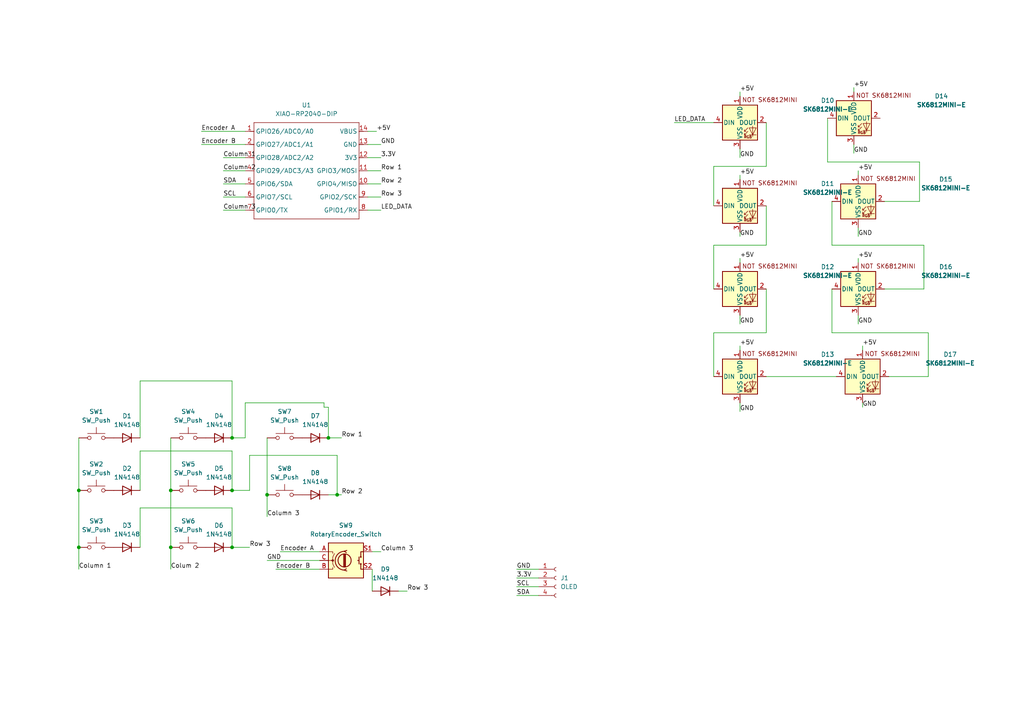
<source format=kicad_sch>
(kicad_sch
	(version 20250114)
	(generator "eeschema")
	(generator_version "9.0")
	(uuid "a0e04b09-5ecd-4198-aa5b-fa4dae447e0c")
	(paper "A4")
	(lib_symbols
		(symbol "Connector:Conn_01x04_Socket"
			(pin_names
				(offset 1.016)
				(hide yes)
			)
			(exclude_from_sim no)
			(in_bom yes)
			(on_board yes)
			(property "Reference" "J"
				(at 0 5.08 0)
				(effects
					(font
						(size 1.27 1.27)
					)
				)
			)
			(property "Value" "Conn_01x04_Socket"
				(at 0 -7.62 0)
				(effects
					(font
						(size 1.27 1.27)
					)
				)
			)
			(property "Footprint" ""
				(at 0 0 0)
				(effects
					(font
						(size 1.27 1.27)
					)
					(hide yes)
				)
			)
			(property "Datasheet" "~"
				(at 0 0 0)
				(effects
					(font
						(size 1.27 1.27)
					)
					(hide yes)
				)
			)
			(property "Description" "Generic connector, single row, 01x04, script generated"
				(at 0 0 0)
				(effects
					(font
						(size 1.27 1.27)
					)
					(hide yes)
				)
			)
			(property "ki_locked" ""
				(at 0 0 0)
				(effects
					(font
						(size 1.27 1.27)
					)
				)
			)
			(property "ki_keywords" "connector"
				(at 0 0 0)
				(effects
					(font
						(size 1.27 1.27)
					)
					(hide yes)
				)
			)
			(property "ki_fp_filters" "Connector*:*_1x??_*"
				(at 0 0 0)
				(effects
					(font
						(size 1.27 1.27)
					)
					(hide yes)
				)
			)
			(symbol "Conn_01x04_Socket_1_1"
				(polyline
					(pts
						(xy -1.27 2.54) (xy -0.508 2.54)
					)
					(stroke
						(width 0.1524)
						(type default)
					)
					(fill
						(type none)
					)
				)
				(polyline
					(pts
						(xy -1.27 0) (xy -0.508 0)
					)
					(stroke
						(width 0.1524)
						(type default)
					)
					(fill
						(type none)
					)
				)
				(polyline
					(pts
						(xy -1.27 -2.54) (xy -0.508 -2.54)
					)
					(stroke
						(width 0.1524)
						(type default)
					)
					(fill
						(type none)
					)
				)
				(polyline
					(pts
						(xy -1.27 -5.08) (xy -0.508 -5.08)
					)
					(stroke
						(width 0.1524)
						(type default)
					)
					(fill
						(type none)
					)
				)
				(arc
					(start 0 2.032)
					(mid -0.5058 2.54)
					(end 0 3.048)
					(stroke
						(width 0.1524)
						(type default)
					)
					(fill
						(type none)
					)
				)
				(arc
					(start 0 -0.508)
					(mid -0.5058 0)
					(end 0 0.508)
					(stroke
						(width 0.1524)
						(type default)
					)
					(fill
						(type none)
					)
				)
				(arc
					(start 0 -3.048)
					(mid -0.5058 -2.54)
					(end 0 -2.032)
					(stroke
						(width 0.1524)
						(type default)
					)
					(fill
						(type none)
					)
				)
				(arc
					(start 0 -5.588)
					(mid -0.5058 -5.08)
					(end 0 -4.572)
					(stroke
						(width 0.1524)
						(type default)
					)
					(fill
						(type none)
					)
				)
				(pin passive line
					(at -5.08 2.54 0)
					(length 3.81)
					(name "Pin_1"
						(effects
							(font
								(size 1.27 1.27)
							)
						)
					)
					(number "1"
						(effects
							(font
								(size 1.27 1.27)
							)
						)
					)
				)
				(pin passive line
					(at -5.08 0 0)
					(length 3.81)
					(name "Pin_2"
						(effects
							(font
								(size 1.27 1.27)
							)
						)
					)
					(number "2"
						(effects
							(font
								(size 1.27 1.27)
							)
						)
					)
				)
				(pin passive line
					(at -5.08 -2.54 0)
					(length 3.81)
					(name "Pin_3"
						(effects
							(font
								(size 1.27 1.27)
							)
						)
					)
					(number "3"
						(effects
							(font
								(size 1.27 1.27)
							)
						)
					)
				)
				(pin passive line
					(at -5.08 -5.08 0)
					(length 3.81)
					(name "Pin_4"
						(effects
							(font
								(size 1.27 1.27)
							)
						)
					)
					(number "4"
						(effects
							(font
								(size 1.27 1.27)
							)
						)
					)
				)
			)
			(embedded_fonts no)
		)
		(symbol "Device:RotaryEncoder_Switch"
			(pin_names
				(offset 0.254)
				(hide yes)
			)
			(exclude_from_sim no)
			(in_bom yes)
			(on_board yes)
			(property "Reference" "SW"
				(at 0 6.604 0)
				(effects
					(font
						(size 1.27 1.27)
					)
				)
			)
			(property "Value" "RotaryEncoder_Switch"
				(at 0 -6.604 0)
				(effects
					(font
						(size 1.27 1.27)
					)
				)
			)
			(property "Footprint" ""
				(at -3.81 4.064 0)
				(effects
					(font
						(size 1.27 1.27)
					)
					(hide yes)
				)
			)
			(property "Datasheet" "~"
				(at 0 6.604 0)
				(effects
					(font
						(size 1.27 1.27)
					)
					(hide yes)
				)
			)
			(property "Description" "Rotary encoder, dual channel, incremental quadrate outputs, with switch"
				(at 0 0 0)
				(effects
					(font
						(size 1.27 1.27)
					)
					(hide yes)
				)
			)
			(property "ki_keywords" "rotary switch encoder switch push button"
				(at 0 0 0)
				(effects
					(font
						(size 1.27 1.27)
					)
					(hide yes)
				)
			)
			(property "ki_fp_filters" "RotaryEncoder*Switch*"
				(at 0 0 0)
				(effects
					(font
						(size 1.27 1.27)
					)
					(hide yes)
				)
			)
			(symbol "RotaryEncoder_Switch_0_1"
				(rectangle
					(start -5.08 5.08)
					(end 5.08 -5.08)
					(stroke
						(width 0.254)
						(type default)
					)
					(fill
						(type background)
					)
				)
				(polyline
					(pts
						(xy -5.08 2.54) (xy -3.81 2.54) (xy -3.81 2.032)
					)
					(stroke
						(width 0)
						(type default)
					)
					(fill
						(type none)
					)
				)
				(polyline
					(pts
						(xy -5.08 0) (xy -3.81 0) (xy -3.81 -1.016) (xy -3.302 -2.032)
					)
					(stroke
						(width 0)
						(type default)
					)
					(fill
						(type none)
					)
				)
				(polyline
					(pts
						(xy -5.08 -2.54) (xy -3.81 -2.54) (xy -3.81 -2.032)
					)
					(stroke
						(width 0)
						(type default)
					)
					(fill
						(type none)
					)
				)
				(polyline
					(pts
						(xy -4.318 0) (xy -3.81 0) (xy -3.81 1.016) (xy -3.302 2.032)
					)
					(stroke
						(width 0)
						(type default)
					)
					(fill
						(type none)
					)
				)
				(circle
					(center -3.81 0)
					(radius 0.254)
					(stroke
						(width 0)
						(type default)
					)
					(fill
						(type outline)
					)
				)
				(polyline
					(pts
						(xy -0.635 -1.778) (xy -0.635 1.778)
					)
					(stroke
						(width 0.254)
						(type default)
					)
					(fill
						(type none)
					)
				)
				(circle
					(center -0.381 0)
					(radius 1.905)
					(stroke
						(width 0.254)
						(type default)
					)
					(fill
						(type none)
					)
				)
				(polyline
					(pts
						(xy -0.381 -1.778) (xy -0.381 1.778)
					)
					(stroke
						(width 0.254)
						(type default)
					)
					(fill
						(type none)
					)
				)
				(arc
					(start -0.381 -2.794)
					(mid -3.0988 -0.0635)
					(end -0.381 2.667)
					(stroke
						(width 0.254)
						(type default)
					)
					(fill
						(type none)
					)
				)
				(polyline
					(pts
						(xy -0.127 1.778) (xy -0.127 -1.778)
					)
					(stroke
						(width 0.254)
						(type default)
					)
					(fill
						(type none)
					)
				)
				(polyline
					(pts
						(xy 0.254 2.921) (xy -0.508 2.667) (xy 0.127 2.286)
					)
					(stroke
						(width 0.254)
						(type default)
					)
					(fill
						(type none)
					)
				)
				(polyline
					(pts
						(xy 0.254 -3.048) (xy -0.508 -2.794) (xy 0.127 -2.413)
					)
					(stroke
						(width 0.254)
						(type default)
					)
					(fill
						(type none)
					)
				)
				(polyline
					(pts
						(xy 3.81 1.016) (xy 3.81 -1.016)
					)
					(stroke
						(width 0.254)
						(type default)
					)
					(fill
						(type none)
					)
				)
				(polyline
					(pts
						(xy 3.81 0) (xy 3.429 0)
					)
					(stroke
						(width 0.254)
						(type default)
					)
					(fill
						(type none)
					)
				)
				(circle
					(center 4.318 1.016)
					(radius 0.127)
					(stroke
						(width 0.254)
						(type default)
					)
					(fill
						(type none)
					)
				)
				(circle
					(center 4.318 -1.016)
					(radius 0.127)
					(stroke
						(width 0.254)
						(type default)
					)
					(fill
						(type none)
					)
				)
				(polyline
					(pts
						(xy 5.08 2.54) (xy 4.318 2.54) (xy 4.318 1.016)
					)
					(stroke
						(width 0.254)
						(type default)
					)
					(fill
						(type none)
					)
				)
				(polyline
					(pts
						(xy 5.08 -2.54) (xy 4.318 -2.54) (xy 4.318 -1.016)
					)
					(stroke
						(width 0.254)
						(type default)
					)
					(fill
						(type none)
					)
				)
			)
			(symbol "RotaryEncoder_Switch_1_1"
				(pin passive line
					(at -7.62 2.54 0)
					(length 2.54)
					(name "A"
						(effects
							(font
								(size 1.27 1.27)
							)
						)
					)
					(number "A"
						(effects
							(font
								(size 1.27 1.27)
							)
						)
					)
				)
				(pin passive line
					(at -7.62 0 0)
					(length 2.54)
					(name "C"
						(effects
							(font
								(size 1.27 1.27)
							)
						)
					)
					(number "C"
						(effects
							(font
								(size 1.27 1.27)
							)
						)
					)
				)
				(pin passive line
					(at -7.62 -2.54 0)
					(length 2.54)
					(name "B"
						(effects
							(font
								(size 1.27 1.27)
							)
						)
					)
					(number "B"
						(effects
							(font
								(size 1.27 1.27)
							)
						)
					)
				)
				(pin passive line
					(at 7.62 2.54 180)
					(length 2.54)
					(name "S1"
						(effects
							(font
								(size 1.27 1.27)
							)
						)
					)
					(number "S1"
						(effects
							(font
								(size 1.27 1.27)
							)
						)
					)
				)
				(pin passive line
					(at 7.62 -2.54 180)
					(length 2.54)
					(name "S2"
						(effects
							(font
								(size 1.27 1.27)
							)
						)
					)
					(number "S2"
						(effects
							(font
								(size 1.27 1.27)
							)
						)
					)
				)
			)
			(embedded_fonts no)
		)
		(symbol "Diode:1N4148"
			(pin_numbers
				(hide yes)
			)
			(pin_names
				(hide yes)
			)
			(exclude_from_sim no)
			(in_bom yes)
			(on_board yes)
			(property "Reference" "D"
				(at 0 2.54 0)
				(effects
					(font
						(size 1.27 1.27)
					)
				)
			)
			(property "Value" "1N4148"
				(at 0 -2.54 0)
				(effects
					(font
						(size 1.27 1.27)
					)
				)
			)
			(property "Footprint" "Diode_THT:D_DO-35_SOD27_P7.62mm_Horizontal"
				(at 0 0 0)
				(effects
					(font
						(size 1.27 1.27)
					)
					(hide yes)
				)
			)
			(property "Datasheet" "https://assets.nexperia.com/documents/data-sheet/1N4148_1N4448.pdf"
				(at 0 0 0)
				(effects
					(font
						(size 1.27 1.27)
					)
					(hide yes)
				)
			)
			(property "Description" "100V 0.15A standard switching diode, DO-35"
				(at 0 0 0)
				(effects
					(font
						(size 1.27 1.27)
					)
					(hide yes)
				)
			)
			(property "Sim.Device" "D"
				(at 0 0 0)
				(effects
					(font
						(size 1.27 1.27)
					)
					(hide yes)
				)
			)
			(property "Sim.Pins" "1=K 2=A"
				(at 0 0 0)
				(effects
					(font
						(size 1.27 1.27)
					)
					(hide yes)
				)
			)
			(property "ki_keywords" "diode"
				(at 0 0 0)
				(effects
					(font
						(size 1.27 1.27)
					)
					(hide yes)
				)
			)
			(property "ki_fp_filters" "D*DO?35*"
				(at 0 0 0)
				(effects
					(font
						(size 1.27 1.27)
					)
					(hide yes)
				)
			)
			(symbol "1N4148_0_1"
				(polyline
					(pts
						(xy -1.27 1.27) (xy -1.27 -1.27)
					)
					(stroke
						(width 0.254)
						(type default)
					)
					(fill
						(type none)
					)
				)
				(polyline
					(pts
						(xy 1.27 1.27) (xy 1.27 -1.27) (xy -1.27 0) (xy 1.27 1.27)
					)
					(stroke
						(width 0.254)
						(type default)
					)
					(fill
						(type none)
					)
				)
				(polyline
					(pts
						(xy 1.27 0) (xy -1.27 0)
					)
					(stroke
						(width 0)
						(type default)
					)
					(fill
						(type none)
					)
				)
			)
			(symbol "1N4148_1_1"
				(pin passive line
					(at -3.81 0 0)
					(length 2.54)
					(name "K"
						(effects
							(font
								(size 1.27 1.27)
							)
						)
					)
					(number "1"
						(effects
							(font
								(size 1.27 1.27)
							)
						)
					)
				)
				(pin passive line
					(at 3.81 0 180)
					(length 2.54)
					(name "A"
						(effects
							(font
								(size 1.27 1.27)
							)
						)
					)
					(number "2"
						(effects
							(font
								(size 1.27 1.27)
							)
						)
					)
				)
			)
			(embedded_fonts no)
		)
		(symbol "OPL Lib:XIAO-RP2040-DIP"
			(exclude_from_sim no)
			(in_bom yes)
			(on_board yes)
			(property "Reference" "U"
				(at 0 0 0)
				(effects
					(font
						(size 1.27 1.27)
					)
				)
			)
			(property "Value" "XIAO-RP2040-DIP"
				(at 5.334 -1.778 0)
				(effects
					(font
						(size 1.27 1.27)
					)
				)
			)
			(property "Footprint" "Module:MOUDLE14P-XIAO-DIP-SMD"
				(at 14.478 -32.258 0)
				(effects
					(font
						(size 1.27 1.27)
					)
					(hide yes)
				)
			)
			(property "Datasheet" ""
				(at 0 0 0)
				(effects
					(font
						(size 1.27 1.27)
					)
					(hide yes)
				)
			)
			(property "Description" ""
				(at 0 0 0)
				(effects
					(font
						(size 1.27 1.27)
					)
					(hide yes)
				)
			)
			(symbol "XIAO-RP2040-DIP_1_0"
				(polyline
					(pts
						(xy -1.27 -2.54) (xy 29.21 -2.54)
					)
					(stroke
						(width 0.1524)
						(type solid)
					)
					(fill
						(type none)
					)
				)
				(polyline
					(pts
						(xy -1.27 -5.08) (xy -2.54 -5.08)
					)
					(stroke
						(width 0.1524)
						(type solid)
					)
					(fill
						(type none)
					)
				)
				(polyline
					(pts
						(xy -1.27 -5.08) (xy -1.27 -2.54)
					)
					(stroke
						(width 0.1524)
						(type solid)
					)
					(fill
						(type none)
					)
				)
				(polyline
					(pts
						(xy -1.27 -8.89) (xy -2.54 -8.89)
					)
					(stroke
						(width 0.1524)
						(type solid)
					)
					(fill
						(type none)
					)
				)
				(polyline
					(pts
						(xy -1.27 -8.89) (xy -1.27 -5.08)
					)
					(stroke
						(width 0.1524)
						(type solid)
					)
					(fill
						(type none)
					)
				)
				(polyline
					(pts
						(xy -1.27 -12.7) (xy -2.54 -12.7)
					)
					(stroke
						(width 0.1524)
						(type solid)
					)
					(fill
						(type none)
					)
				)
				(polyline
					(pts
						(xy -1.27 -12.7) (xy -1.27 -8.89)
					)
					(stroke
						(width 0.1524)
						(type solid)
					)
					(fill
						(type none)
					)
				)
				(polyline
					(pts
						(xy -1.27 -16.51) (xy -2.54 -16.51)
					)
					(stroke
						(width 0.1524)
						(type solid)
					)
					(fill
						(type none)
					)
				)
				(polyline
					(pts
						(xy -1.27 -16.51) (xy -1.27 -12.7)
					)
					(stroke
						(width 0.1524)
						(type solid)
					)
					(fill
						(type none)
					)
				)
				(polyline
					(pts
						(xy -1.27 -20.32) (xy -2.54 -20.32)
					)
					(stroke
						(width 0.1524)
						(type solid)
					)
					(fill
						(type none)
					)
				)
				(polyline
					(pts
						(xy -1.27 -24.13) (xy -2.54 -24.13)
					)
					(stroke
						(width 0.1524)
						(type solid)
					)
					(fill
						(type none)
					)
				)
				(polyline
					(pts
						(xy -1.27 -27.94) (xy -2.54 -27.94)
					)
					(stroke
						(width 0.1524)
						(type solid)
					)
					(fill
						(type none)
					)
				)
				(polyline
					(pts
						(xy -1.27 -30.48) (xy -1.27 -16.51)
					)
					(stroke
						(width 0.1524)
						(type solid)
					)
					(fill
						(type none)
					)
				)
				(polyline
					(pts
						(xy 29.21 -2.54) (xy 29.21 -5.08)
					)
					(stroke
						(width 0.1524)
						(type solid)
					)
					(fill
						(type none)
					)
				)
				(polyline
					(pts
						(xy 29.21 -5.08) (xy 29.21 -8.89)
					)
					(stroke
						(width 0.1524)
						(type solid)
					)
					(fill
						(type none)
					)
				)
				(polyline
					(pts
						(xy 29.21 -8.89) (xy 29.21 -12.7)
					)
					(stroke
						(width 0.1524)
						(type solid)
					)
					(fill
						(type none)
					)
				)
				(polyline
					(pts
						(xy 29.21 -12.7) (xy 29.21 -30.48)
					)
					(stroke
						(width 0.1524)
						(type solid)
					)
					(fill
						(type none)
					)
				)
				(polyline
					(pts
						(xy 29.21 -30.48) (xy -1.27 -30.48)
					)
					(stroke
						(width 0.1524)
						(type solid)
					)
					(fill
						(type none)
					)
				)
				(polyline
					(pts
						(xy 30.48 -5.08) (xy 29.21 -5.08)
					)
					(stroke
						(width 0.1524)
						(type solid)
					)
					(fill
						(type none)
					)
				)
				(polyline
					(pts
						(xy 30.48 -8.89) (xy 29.21 -8.89)
					)
					(stroke
						(width 0.1524)
						(type solid)
					)
					(fill
						(type none)
					)
				)
				(polyline
					(pts
						(xy 30.48 -12.7) (xy 29.21 -12.7)
					)
					(stroke
						(width 0.1524)
						(type solid)
					)
					(fill
						(type none)
					)
				)
				(polyline
					(pts
						(xy 30.48 -16.51) (xy 29.21 -16.51)
					)
					(stroke
						(width 0.1524)
						(type solid)
					)
					(fill
						(type none)
					)
				)
				(polyline
					(pts
						(xy 30.48 -20.32) (xy 29.21 -20.32)
					)
					(stroke
						(width 0.1524)
						(type solid)
					)
					(fill
						(type none)
					)
				)
				(polyline
					(pts
						(xy 30.48 -24.13) (xy 29.21 -24.13)
					)
					(stroke
						(width 0.1524)
						(type solid)
					)
					(fill
						(type none)
					)
				)
				(polyline
					(pts
						(xy 30.48 -27.94) (xy 29.21 -27.94)
					)
					(stroke
						(width 0.1524)
						(type solid)
					)
					(fill
						(type none)
					)
				)
				(pin passive line
					(at -3.81 -5.08 0)
					(length 2.54)
					(name "GPIO26/ADC0/A0"
						(effects
							(font
								(size 1.27 1.27)
							)
						)
					)
					(number "1"
						(effects
							(font
								(size 1.27 1.27)
							)
						)
					)
				)
				(pin passive line
					(at -3.81 -8.89 0)
					(length 2.54)
					(name "GPIO27/ADC1/A1"
						(effects
							(font
								(size 1.27 1.27)
							)
						)
					)
					(number "2"
						(effects
							(font
								(size 1.27 1.27)
							)
						)
					)
				)
				(pin passive line
					(at -3.81 -12.7 0)
					(length 2.54)
					(name "GPIO28/ADC2/A2"
						(effects
							(font
								(size 1.27 1.27)
							)
						)
					)
					(number "3"
						(effects
							(font
								(size 1.27 1.27)
							)
						)
					)
				)
				(pin passive line
					(at -3.81 -16.51 0)
					(length 2.54)
					(name "GPIO29/ADC3/A3"
						(effects
							(font
								(size 1.27 1.27)
							)
						)
					)
					(number "4"
						(effects
							(font
								(size 1.27 1.27)
							)
						)
					)
				)
				(pin passive line
					(at -3.81 -20.32 0)
					(length 2.54)
					(name "GPIO6/SDA"
						(effects
							(font
								(size 1.27 1.27)
							)
						)
					)
					(number "5"
						(effects
							(font
								(size 1.27 1.27)
							)
						)
					)
				)
				(pin passive line
					(at -3.81 -24.13 0)
					(length 2.54)
					(name "GPIO7/SCL"
						(effects
							(font
								(size 1.27 1.27)
							)
						)
					)
					(number "6"
						(effects
							(font
								(size 1.27 1.27)
							)
						)
					)
				)
				(pin passive line
					(at -3.81 -27.94 0)
					(length 2.54)
					(name "GPIO0/TX"
						(effects
							(font
								(size 1.27 1.27)
							)
						)
					)
					(number "7"
						(effects
							(font
								(size 1.27 1.27)
							)
						)
					)
				)
				(pin passive line
					(at 31.75 -5.08 180)
					(length 2.54)
					(name "VBUS"
						(effects
							(font
								(size 1.27 1.27)
							)
						)
					)
					(number "14"
						(effects
							(font
								(size 1.27 1.27)
							)
						)
					)
				)
				(pin passive line
					(at 31.75 -8.89 180)
					(length 2.54)
					(name "GND"
						(effects
							(font
								(size 1.27 1.27)
							)
						)
					)
					(number "13"
						(effects
							(font
								(size 1.27 1.27)
							)
						)
					)
				)
				(pin passive line
					(at 31.75 -12.7 180)
					(length 2.54)
					(name "3V3"
						(effects
							(font
								(size 1.27 1.27)
							)
						)
					)
					(number "12"
						(effects
							(font
								(size 1.27 1.27)
							)
						)
					)
				)
				(pin passive line
					(at 31.75 -16.51 180)
					(length 2.54)
					(name "GPIO3/MOSI"
						(effects
							(font
								(size 1.27 1.27)
							)
						)
					)
					(number "11"
						(effects
							(font
								(size 1.27 1.27)
							)
						)
					)
				)
				(pin passive line
					(at 31.75 -20.32 180)
					(length 2.54)
					(name "GPIO4/MISO"
						(effects
							(font
								(size 1.27 1.27)
							)
						)
					)
					(number "10"
						(effects
							(font
								(size 1.27 1.27)
							)
						)
					)
				)
				(pin passive line
					(at 31.75 -24.13 180)
					(length 2.54)
					(name "GPIO2/SCK"
						(effects
							(font
								(size 1.27 1.27)
							)
						)
					)
					(number "9"
						(effects
							(font
								(size 1.27 1.27)
							)
						)
					)
				)
				(pin passive line
					(at 31.75 -27.94 180)
					(length 2.54)
					(name "GPIO1/RX"
						(effects
							(font
								(size 1.27 1.27)
							)
						)
					)
					(number "8"
						(effects
							(font
								(size 1.27 1.27)
							)
						)
					)
				)
			)
			(embedded_fonts no)
		)
		(symbol "Switch:SW_Push"
			(pin_numbers
				(hide yes)
			)
			(pin_names
				(offset 1.016)
				(hide yes)
			)
			(exclude_from_sim no)
			(in_bom yes)
			(on_board yes)
			(property "Reference" "SW"
				(at 1.27 2.54 0)
				(effects
					(font
						(size 1.27 1.27)
					)
					(justify left)
				)
			)
			(property "Value" "SW_Push"
				(at 0 -1.524 0)
				(effects
					(font
						(size 1.27 1.27)
					)
				)
			)
			(property "Footprint" ""
				(at 0 5.08 0)
				(effects
					(font
						(size 1.27 1.27)
					)
					(hide yes)
				)
			)
			(property "Datasheet" "~"
				(at 0 5.08 0)
				(effects
					(font
						(size 1.27 1.27)
					)
					(hide yes)
				)
			)
			(property "Description" "Push button switch, generic, two pins"
				(at 0 0 0)
				(effects
					(font
						(size 1.27 1.27)
					)
					(hide yes)
				)
			)
			(property "ki_keywords" "switch normally-open pushbutton push-button"
				(at 0 0 0)
				(effects
					(font
						(size 1.27 1.27)
					)
					(hide yes)
				)
			)
			(symbol "SW_Push_0_1"
				(circle
					(center -2.032 0)
					(radius 0.508)
					(stroke
						(width 0)
						(type default)
					)
					(fill
						(type none)
					)
				)
				(polyline
					(pts
						(xy 0 1.27) (xy 0 3.048)
					)
					(stroke
						(width 0)
						(type default)
					)
					(fill
						(type none)
					)
				)
				(circle
					(center 2.032 0)
					(radius 0.508)
					(stroke
						(width 0)
						(type default)
					)
					(fill
						(type none)
					)
				)
				(polyline
					(pts
						(xy 2.54 1.27) (xy -2.54 1.27)
					)
					(stroke
						(width 0)
						(type default)
					)
					(fill
						(type none)
					)
				)
				(pin passive line
					(at -5.08 0 0)
					(length 2.54)
					(name "1"
						(effects
							(font
								(size 1.27 1.27)
							)
						)
					)
					(number "1"
						(effects
							(font
								(size 1.27 1.27)
							)
						)
					)
				)
				(pin passive line
					(at 5.08 0 180)
					(length 2.54)
					(name "2"
						(effects
							(font
								(size 1.27 1.27)
							)
						)
					)
					(number "2"
						(effects
							(font
								(size 1.27 1.27)
							)
						)
					)
				)
			)
			(embedded_fonts no)
		)
		(symbol "er:SK6812MINI-E"
			(pin_names
				(offset 0.254)
			)
			(exclude_from_sim no)
			(in_bom yes)
			(on_board yes)
			(property "Reference" "D"
				(at -3.556 5.842 0)
				(effects
					(font
						(size 1.27 1.27)
					)
					(justify right bottom)
				)
			)
			(property "Value" "SK6812MINI-E"
				(at 1.27 -5.715 0)
				(effects
					(font
						(size 1.27 1.27)
						(thickness 0.254)
						(bold yes)
					)
					(justify left top)
				)
			)
			(property "Footprint" "SK6812MINI-E - 3.2x2.8x1.78mm"
				(at 1.27 -7.62 0)
				(effects
					(font
						(size 1.27 1.27)
					)
					(justify left top)
					(hide yes)
				)
			)
			(property "Datasheet" "https://cdn-shop.adafruit.com/product-files/4960/4960_SK6812MINI-E_REV02_EN.pdf"
				(at 2.54 -9.525 0)
				(effects
					(font
						(size 1.27 1.27)
					)
					(justify left top)
					(hide yes)
				)
			)
			(property "Description" "RGB LED with integrated controller"
				(at 0 0 0)
				(effects
					(font
						(size 1.27 1.27)
					)
					(hide yes)
				)
			)
			(property "ki_keywords" "RGB LED NeoPixel Mini addressable"
				(at 0 0 0)
				(effects
					(font
						(size 1.27 1.27)
					)
					(hide yes)
				)
			)
			(property "ki_fp_filters" "LED*SK6812MINI*PLCC*3.5x3.5mm*P1.75mm*"
				(at 0 0 0)
				(effects
					(font
						(size 1.27 1.27)
					)
					(hide yes)
				)
			)
			(symbol "SK6812MINI-E_0_0"
				(text "RGB"
					(at 2.286 -4.191 0)
					(effects
						(font
							(size 0.762 0.762)
						)
					)
				)
			)
			(symbol "SK6812MINI-E_0_1"
				(rectangle
					(start -5.08 5.08)
					(end 5.08 -5.08)
					(stroke
						(width 0.254)
						(type default)
					)
					(fill
						(type background)
					)
				)
				(polyline
					(pts
						(xy 1.27 -2.54) (xy 1.778 -2.54)
					)
					(stroke
						(width 0)
						(type default)
					)
					(fill
						(type none)
					)
				)
				(polyline
					(pts
						(xy 1.27 -3.556) (xy 1.778 -3.556)
					)
					(stroke
						(width 0)
						(type default)
					)
					(fill
						(type none)
					)
				)
				(polyline
					(pts
						(xy 2.286 -1.524) (xy 1.27 -2.54) (xy 1.27 -2.032)
					)
					(stroke
						(width 0)
						(type default)
					)
					(fill
						(type none)
					)
				)
				(polyline
					(pts
						(xy 2.286 -2.54) (xy 1.27 -3.556) (xy 1.27 -3.048)
					)
					(stroke
						(width 0)
						(type default)
					)
					(fill
						(type none)
					)
				)
				(polyline
					(pts
						(xy 3.683 -1.016) (xy 3.683 -3.556) (xy 3.683 -4.064)
					)
					(stroke
						(width 0)
						(type default)
					)
					(fill
						(type none)
					)
				)
				(polyline
					(pts
						(xy 4.699 -1.524) (xy 2.667 -1.524) (xy 3.683 -3.556) (xy 4.699 -1.524)
					)
					(stroke
						(width 0)
						(type default)
					)
					(fill
						(type none)
					)
				)
				(polyline
					(pts
						(xy 4.699 -3.556) (xy 2.667 -3.556)
					)
					(stroke
						(width 0)
						(type default)
					)
					(fill
						(type none)
					)
				)
			)
			(symbol "SK6812MINI-E_1_1"
				(text "NOT SK6812MINI"
					(at 8.636 6.604 0)
					(effects
						(font
							(size 1.27 1.27)
						)
					)
				)
				(pin input line
					(at -7.62 0 0)
					(length 2.54)
					(name "DIN"
						(effects
							(font
								(size 1.27 1.27)
							)
						)
					)
					(number "4"
						(effects
							(font
								(size 1.27 1.27)
							)
						)
					)
				)
				(pin power_in line
					(at 0 7.62 270)
					(length 2.54)
					(name "VDD"
						(effects
							(font
								(size 1.27 1.27)
							)
						)
					)
					(number "1"
						(effects
							(font
								(size 1.27 1.27)
							)
						)
					)
				)
				(pin power_in line
					(at 0 -7.62 90)
					(length 2.54)
					(name "VSS"
						(effects
							(font
								(size 1.27 1.27)
							)
						)
					)
					(number "3"
						(effects
							(font
								(size 1.27 1.27)
							)
						)
					)
				)
				(pin output line
					(at 7.62 0 180)
					(length 2.54)
					(name "DOUT"
						(effects
							(font
								(size 1.27 1.27)
							)
						)
					)
					(number "2"
						(effects
							(font
								(size 1.27 1.27)
							)
						)
					)
				)
			)
			(embedded_fonts no)
		)
	)
	(junction
		(at 95.25 127)
		(diameter 0)
		(color 0 0 0 0)
		(uuid "3787b2bf-3610-4aa5-bb9c-6d4a13bef2d3")
	)
	(junction
		(at 22.86 158.75)
		(diameter 0)
		(color 0 0 0 0)
		(uuid "4e783abd-2c4d-4386-8251-ef85c421da67")
	)
	(junction
		(at 67.31 127)
		(diameter 0)
		(color 0 0 0 0)
		(uuid "5113d063-44b7-41f4-a6e8-686e9394d58b")
	)
	(junction
		(at 97.79 143.51)
		(diameter 0)
		(color 0 0 0 0)
		(uuid "a98a080e-7784-4dba-92d9-3fd37eceb9cb")
	)
	(junction
		(at 67.31 158.75)
		(diameter 0)
		(color 0 0 0 0)
		(uuid "b77adabd-34b1-4b88-9ded-6634c6502eca")
	)
	(junction
		(at 67.31 142.24)
		(diameter 0)
		(color 0 0 0 0)
		(uuid "bf5a74f4-ae87-4c03-8861-474791b7d18c")
	)
	(junction
		(at 49.53 142.24)
		(diameter 0)
		(color 0 0 0 0)
		(uuid "c1afed3c-9385-47f7-8e52-71187911f439")
	)
	(junction
		(at 22.86 142.24)
		(diameter 0)
		(color 0 0 0 0)
		(uuid "c89900a3-294f-4084-ab68-c9fb029c47f9")
	)
	(junction
		(at 77.47 143.51)
		(diameter 0)
		(color 0 0 0 0)
		(uuid "cae3928f-3195-4335-ba8c-070fb58bbd23")
	)
	(junction
		(at 49.53 158.75)
		(diameter 0)
		(color 0 0 0 0)
		(uuid "fa5275bc-d12c-49d5-b019-78b6be17a603")
	)
	(wire
		(pts
			(xy 149.86 167.64) (xy 156.21 167.64)
		)
		(stroke
			(width 0)
			(type default)
		)
		(uuid "033352bf-aec3-4255-9eb8-58a61eca705a")
	)
	(wire
		(pts
			(xy 207.01 71.12) (xy 207.01 83.82)
		)
		(stroke
			(width 0)
			(type default)
		)
		(uuid "0390cf30-0c34-4e9d-9606-0baefc6ff90a")
	)
	(wire
		(pts
			(xy 67.31 158.75) (xy 72.39 158.75)
		)
		(stroke
			(width 0)
			(type default)
		)
		(uuid "07612097-900a-4f92-a870-bba760a12b28")
	)
	(wire
		(pts
			(xy 106.68 45.72) (xy 110.49 45.72)
		)
		(stroke
			(width 0)
			(type default)
		)
		(uuid "07cc6fe6-ce58-4972-9c56-8672055a11c2")
	)
	(wire
		(pts
			(xy 67.31 127) (xy 71.12 127)
		)
		(stroke
			(width 0)
			(type default)
		)
		(uuid "0b10b248-6f41-4ba0-a19a-7c7510916acf")
	)
	(wire
		(pts
			(xy 149.86 172.72) (xy 156.21 172.72)
		)
		(stroke
			(width 0)
			(type default)
		)
		(uuid "0b74ccc7-81c3-42fc-a4e3-85a46814d7aa")
	)
	(wire
		(pts
			(xy 240.03 46.99) (xy 240.03 34.29)
		)
		(stroke
			(width 0)
			(type default)
		)
		(uuid "0bd6949a-1b49-4dbe-87e9-d4c38a5c0299")
	)
	(wire
		(pts
			(xy 149.86 165.1) (xy 156.21 165.1)
		)
		(stroke
			(width 0)
			(type default)
		)
		(uuid "11e08799-97e8-459b-b014-8fe5c33009c6")
	)
	(wire
		(pts
			(xy 241.3 71.12) (xy 241.3 58.42)
		)
		(stroke
			(width 0)
			(type default)
		)
		(uuid "160dfce1-483a-4b08-807b-d857ff614b0d")
	)
	(wire
		(pts
			(xy 40.64 142.24) (xy 40.64 130.81)
		)
		(stroke
			(width 0)
			(type default)
		)
		(uuid "16fb7ed1-a78d-43f9-be3b-0904564cdcf8")
	)
	(wire
		(pts
			(xy 248.92 66.04) (xy 248.92 68.58)
		)
		(stroke
			(width 0)
			(type default)
		)
		(uuid "17984d07-e627-425b-9869-06094da736f2")
	)
	(wire
		(pts
			(xy 106.68 53.34) (xy 110.49 53.34)
		)
		(stroke
			(width 0)
			(type default)
		)
		(uuid "1d404640-a3fc-4dc1-849e-02f6f0b2e8a4")
	)
	(wire
		(pts
			(xy 222.25 48.26) (xy 207.01 48.26)
		)
		(stroke
			(width 0)
			(type default)
		)
		(uuid "1f5abe40-9d5a-49f2-a9e8-8004ab84e40e")
	)
	(wire
		(pts
			(xy 93.98 116.84) (xy 93.98 118.11)
		)
		(stroke
			(width 0)
			(type default)
		)
		(uuid "2062929d-aa3c-41cd-84ab-5b7d2b0dfb82")
	)
	(wire
		(pts
			(xy 77.47 143.51) (xy 77.47 149.86)
		)
		(stroke
			(width 0)
			(type default)
		)
		(uuid "20ea81e0-2ebe-41b9-807f-7ef4c5232fef")
	)
	(wire
		(pts
			(xy 222.25 35.56) (xy 222.25 48.26)
		)
		(stroke
			(width 0)
			(type default)
		)
		(uuid "2621810b-01c5-4d79-8c9b-a2a971e23f4f")
	)
	(wire
		(pts
			(xy 80.01 165.1) (xy 92.71 165.1)
		)
		(stroke
			(width 0)
			(type default)
		)
		(uuid "2cd2e774-821b-4540-bc9a-66dfa23afb59")
	)
	(wire
		(pts
			(xy 207.01 48.26) (xy 207.01 59.69)
		)
		(stroke
			(width 0)
			(type default)
		)
		(uuid "2d0d5f0e-e4e2-4fb9-aeec-41f9c8ac801d")
	)
	(wire
		(pts
			(xy 248.92 49.53) (xy 248.92 50.8)
		)
		(stroke
			(width 0)
			(type default)
		)
		(uuid "2ef9a9bf-87ff-4217-bb60-60081f08f282")
	)
	(wire
		(pts
			(xy 49.53 158.75) (xy 49.53 165.1)
		)
		(stroke
			(width 0)
			(type default)
		)
		(uuid "2f87c201-e79e-4b34-80df-8bc9f8696808")
	)
	(wire
		(pts
			(xy 71.12 127) (xy 71.12 116.84)
		)
		(stroke
			(width 0)
			(type default)
		)
		(uuid "30349273-8cab-4896-b097-6769c0861643")
	)
	(wire
		(pts
			(xy 97.79 132.08) (xy 97.79 143.51)
		)
		(stroke
			(width 0)
			(type default)
		)
		(uuid "30576586-726b-4b5e-82c8-60510eb4a7cf")
	)
	(wire
		(pts
			(xy 40.64 158.75) (xy 40.64 147.32)
		)
		(stroke
			(width 0)
			(type default)
		)
		(uuid "343dd1d2-3af7-4f0b-af65-4f09cba04ec4")
	)
	(wire
		(pts
			(xy 81.28 160.02) (xy 92.71 160.02)
		)
		(stroke
			(width 0)
			(type default)
		)
		(uuid "34b4e0b6-e0a5-45cb-b669-9ecb4e1388a6")
	)
	(wire
		(pts
			(xy 71.12 116.84) (xy 93.98 116.84)
		)
		(stroke
			(width 0)
			(type default)
		)
		(uuid "361ad707-93f0-4b59-b351-de2d3ad0d9d9")
	)
	(wire
		(pts
			(xy 106.68 49.53) (xy 110.49 49.53)
		)
		(stroke
			(width 0)
			(type default)
		)
		(uuid "364fca83-504e-4490-98fb-cee69df71fd4")
	)
	(wire
		(pts
			(xy 95.25 118.11) (xy 95.25 127)
		)
		(stroke
			(width 0)
			(type default)
		)
		(uuid "382cdb3b-466c-4d0b-b504-37519eac8d53")
	)
	(wire
		(pts
			(xy 95.25 127) (xy 99.06 127)
		)
		(stroke
			(width 0)
			(type default)
		)
		(uuid "396d2a55-99db-4351-87ca-530dd4d3e5e2")
	)
	(wire
		(pts
			(xy 222.25 83.82) (xy 222.25 96.52)
		)
		(stroke
			(width 0)
			(type default)
		)
		(uuid "399a7b71-75ab-4c7c-bb17-e77562063bfc")
	)
	(wire
		(pts
			(xy 214.63 74.93) (xy 214.63 76.2)
		)
		(stroke
			(width 0)
			(type default)
		)
		(uuid "3c825b0e-4b79-45dd-b1be-fdbf727a5cc5")
	)
	(wire
		(pts
			(xy 115.57 171.45) (xy 118.11 171.45)
		)
		(stroke
			(width 0)
			(type default)
		)
		(uuid "422de4f0-0817-4cf9-8ae4-383a03dd8196")
	)
	(wire
		(pts
			(xy 106.68 41.91) (xy 110.49 41.91)
		)
		(stroke
			(width 0)
			(type default)
		)
		(uuid "427ce7b5-a6d0-456f-ba91-1b440f28ee62")
	)
	(wire
		(pts
			(xy 64.77 57.15) (xy 71.12 57.15)
		)
		(stroke
			(width 0)
			(type default)
		)
		(uuid "45ea0baa-f068-486c-b92e-e882888ac281")
	)
	(wire
		(pts
			(xy 97.79 143.51) (xy 95.25 143.51)
		)
		(stroke
			(width 0)
			(type default)
		)
		(uuid "498e0c5f-3d12-44eb-8a66-7ce4421575f3")
	)
	(wire
		(pts
			(xy 106.68 38.1) (xy 109.22 38.1)
		)
		(stroke
			(width 0)
			(type default)
		)
		(uuid "51f46ade-c2b4-47d2-ada4-c5d8d2fcda39")
	)
	(wire
		(pts
			(xy 40.64 147.32) (xy 67.31 147.32)
		)
		(stroke
			(width 0)
			(type default)
		)
		(uuid "53c87b19-11bc-44ff-b72b-b42e97903bfa")
	)
	(wire
		(pts
			(xy 269.24 96.52) (xy 241.3 96.52)
		)
		(stroke
			(width 0)
			(type default)
		)
		(uuid "54ef46da-74d2-4c15-9f76-8e3d71f0c6d7")
	)
	(wire
		(pts
			(xy 67.31 142.24) (xy 72.39 142.24)
		)
		(stroke
			(width 0)
			(type default)
		)
		(uuid "56b6c3f2-c96b-4a5b-a573-dfdafd5d162d")
	)
	(wire
		(pts
			(xy 269.24 109.22) (xy 269.24 96.52)
		)
		(stroke
			(width 0)
			(type default)
		)
		(uuid "573d8565-fdf6-4ba1-8b20-032cfa88a676")
	)
	(wire
		(pts
			(xy 214.63 26.67) (xy 214.63 27.94)
		)
		(stroke
			(width 0)
			(type default)
		)
		(uuid "5a95c7a6-1b5a-434b-99f1-bc01087d8b73")
	)
	(wire
		(pts
			(xy 214.63 91.44) (xy 214.63 93.98)
		)
		(stroke
			(width 0)
			(type default)
		)
		(uuid "5c1931c6-8d6f-4b4a-a705-f6251022e1ed")
	)
	(wire
		(pts
			(xy 40.64 110.49) (xy 67.31 110.49)
		)
		(stroke
			(width 0)
			(type default)
		)
		(uuid "5cbd215d-8087-480e-9afd-d85cd8a77762")
	)
	(wire
		(pts
			(xy 49.53 142.24) (xy 49.53 158.75)
		)
		(stroke
			(width 0)
			(type default)
		)
		(uuid "5e85cc8b-3960-49c1-b672-300649f49cfd")
	)
	(wire
		(pts
			(xy 92.71 162.56) (xy 77.47 162.56)
		)
		(stroke
			(width 0)
			(type default)
		)
		(uuid "5fccc5d5-39ba-4859-972f-ba5ae55bd5e6")
	)
	(wire
		(pts
			(xy 40.64 110.49) (xy 40.64 127)
		)
		(stroke
			(width 0)
			(type default)
		)
		(uuid "61322015-f687-44e0-a39c-e6134c039c00")
	)
	(wire
		(pts
			(xy 266.7 58.42) (xy 266.7 46.99)
		)
		(stroke
			(width 0)
			(type default)
		)
		(uuid "632aa7e6-da1f-4db2-8e18-fd358c7c8b20")
	)
	(wire
		(pts
			(xy 106.68 57.15) (xy 110.49 57.15)
		)
		(stroke
			(width 0)
			(type default)
		)
		(uuid "63e5218c-c878-4df7-9cac-0874ffa8d347")
	)
	(wire
		(pts
			(xy 22.86 127) (xy 22.86 142.24)
		)
		(stroke
			(width 0)
			(type default)
		)
		(uuid "66656653-574c-460b-8080-5905233ec367")
	)
	(wire
		(pts
			(xy 247.65 41.91) (xy 247.65 44.45)
		)
		(stroke
			(width 0)
			(type default)
		)
		(uuid "713cf259-306b-4117-8eb1-41c65e7de7bd")
	)
	(wire
		(pts
			(xy 248.92 91.44) (xy 248.92 93.98)
		)
		(stroke
			(width 0)
			(type default)
		)
		(uuid "73aa40a3-840e-4faa-9f09-d62b02e03512")
	)
	(wire
		(pts
			(xy 58.42 41.91) (xy 71.12 41.91)
		)
		(stroke
			(width 0)
			(type default)
		)
		(uuid "79242005-c719-40e4-b5ec-95069a3e0fb2")
	)
	(wire
		(pts
			(xy 149.86 170.18) (xy 156.21 170.18)
		)
		(stroke
			(width 0)
			(type default)
		)
		(uuid "79b29fe5-1984-4356-ac6a-211e97b649a8")
	)
	(wire
		(pts
			(xy 67.31 147.32) (xy 67.31 158.75)
		)
		(stroke
			(width 0)
			(type default)
		)
		(uuid "7eec7e26-8755-4dff-873e-24835128697c")
	)
	(wire
		(pts
			(xy 256.54 83.82) (xy 267.97 83.82)
		)
		(stroke
			(width 0)
			(type default)
		)
		(uuid "81ce5228-6d3c-4c37-babb-213e2bce0a2f")
	)
	(wire
		(pts
			(xy 247.65 25.4) (xy 247.65 26.67)
		)
		(stroke
			(width 0)
			(type default)
		)
		(uuid "82700820-25ec-4f5c-ae91-c113e940c45f")
	)
	(wire
		(pts
			(xy 222.25 59.69) (xy 222.25 71.12)
		)
		(stroke
			(width 0)
			(type default)
		)
		(uuid "82f37fd7-9131-4d91-83b9-6d0971cca2e5")
	)
	(wire
		(pts
			(xy 67.31 130.81) (xy 67.31 142.24)
		)
		(stroke
			(width 0)
			(type default)
		)
		(uuid "830a09d1-270d-4a19-abd2-2db9f0c68300")
	)
	(wire
		(pts
			(xy 222.25 96.52) (xy 207.01 96.52)
		)
		(stroke
			(width 0)
			(type default)
		)
		(uuid "8989feda-38f0-4e92-a301-69e730e9f9cb")
	)
	(wire
		(pts
			(xy 107.95 165.1) (xy 107.95 171.45)
		)
		(stroke
			(width 0)
			(type default)
		)
		(uuid "8c99966b-920d-4d09-933b-f0972cab4d22")
	)
	(wire
		(pts
			(xy 77.47 127) (xy 77.47 143.51)
		)
		(stroke
			(width 0)
			(type default)
		)
		(uuid "8cc33bcb-55d0-4bab-82e8-083f0813a85b")
	)
	(wire
		(pts
			(xy 256.54 58.42) (xy 266.7 58.42)
		)
		(stroke
			(width 0)
			(type default)
		)
		(uuid "8d7d980a-8525-45bf-be6f-7f0f960bd392")
	)
	(wire
		(pts
			(xy 267.97 83.82) (xy 267.97 71.12)
		)
		(stroke
			(width 0)
			(type default)
		)
		(uuid "90c986b9-2259-4774-85fb-f68dc91abf20")
	)
	(wire
		(pts
			(xy 222.25 109.22) (xy 242.57 109.22)
		)
		(stroke
			(width 0)
			(type default)
		)
		(uuid "90d4085b-c5da-43fe-add7-a9f13b0751c7")
	)
	(wire
		(pts
			(xy 67.31 110.49) (xy 67.31 127)
		)
		(stroke
			(width 0)
			(type default)
		)
		(uuid "988be4f3-a7df-400b-a457-3aa9032372d0")
	)
	(wire
		(pts
			(xy 257.81 109.22) (xy 269.24 109.22)
		)
		(stroke
			(width 0)
			(type default)
		)
		(uuid "9b4cb332-b3d4-4a52-9b19-ee686b904783")
	)
	(wire
		(pts
			(xy 97.79 143.51) (xy 99.06 143.51)
		)
		(stroke
			(width 0)
			(type default)
		)
		(uuid "9bfd2cbb-4d9e-4f23-8c9c-3abad58f5f3b")
	)
	(wire
		(pts
			(xy 72.39 142.24) (xy 72.39 132.08)
		)
		(stroke
			(width 0)
			(type default)
		)
		(uuid "9ea2388e-5898-498d-840a-f9fb6c9826a9")
	)
	(wire
		(pts
			(xy 195.58 35.56) (xy 207.01 35.56)
		)
		(stroke
			(width 0)
			(type default)
		)
		(uuid "a3cbfa06-2149-4595-bff2-561aefa6c182")
	)
	(wire
		(pts
			(xy 64.77 60.96) (xy 71.12 60.96)
		)
		(stroke
			(width 0)
			(type default)
		)
		(uuid "a4f55014-a499-4d54-b207-073709a4c50e")
	)
	(wire
		(pts
			(xy 214.63 67.31) (xy 214.63 68.58)
		)
		(stroke
			(width 0)
			(type default)
		)
		(uuid "a64facf4-8817-4c2d-9d9d-2876ec362319")
	)
	(wire
		(pts
			(xy 58.42 38.1) (xy 71.12 38.1)
		)
		(stroke
			(width 0)
			(type default)
		)
		(uuid "b3b45a43-035b-4d18-bb22-a4c4768b47dd")
	)
	(wire
		(pts
			(xy 222.25 71.12) (xy 207.01 71.12)
		)
		(stroke
			(width 0)
			(type default)
		)
		(uuid "b6964cd5-cc2b-4027-b5eb-dca2feb9ac3f")
	)
	(wire
		(pts
			(xy 40.64 130.81) (xy 67.31 130.81)
		)
		(stroke
			(width 0)
			(type default)
		)
		(uuid "b894bf4f-abcf-4bcc-9458-40b79792ddc2")
	)
	(wire
		(pts
			(xy 248.92 74.93) (xy 248.92 76.2)
		)
		(stroke
			(width 0)
			(type default)
		)
		(uuid "b982e160-bc1e-4eaa-9b6f-0e0e7d2c3242")
	)
	(wire
		(pts
			(xy 266.7 46.99) (xy 240.03 46.99)
		)
		(stroke
			(width 0)
			(type default)
		)
		(uuid "c224d8a1-cae0-4c28-b793-f3476f9b7344")
	)
	(wire
		(pts
			(xy 93.98 118.11) (xy 95.25 118.11)
		)
		(stroke
			(width 0)
			(type default)
		)
		(uuid "cb321081-7cf1-4e1a-8793-6a0384d82595")
	)
	(wire
		(pts
			(xy 64.77 49.53) (xy 71.12 49.53)
		)
		(stroke
			(width 0)
			(type default)
		)
		(uuid "ce6e208d-9150-4f56-88ad-b2ad9d6a1b80")
	)
	(wire
		(pts
			(xy 72.39 132.08) (xy 97.79 132.08)
		)
		(stroke
			(width 0)
			(type default)
		)
		(uuid "cfd1124e-e1cb-4709-b263-161199a8e838")
	)
	(wire
		(pts
			(xy 214.63 100.33) (xy 214.63 101.6)
		)
		(stroke
			(width 0)
			(type default)
		)
		(uuid "d1afea0f-b421-4e2f-a86f-1f5126a54f0e")
	)
	(wire
		(pts
			(xy 250.19 116.84) (xy 250.19 118.11)
		)
		(stroke
			(width 0)
			(type default)
		)
		(uuid "d2813a7a-4b33-4416-b855-fe570ea4ef40")
	)
	(wire
		(pts
			(xy 207.01 96.52) (xy 207.01 109.22)
		)
		(stroke
			(width 0)
			(type default)
		)
		(uuid "d4a90627-3584-4d67-a20b-4072b8d67bff")
	)
	(wire
		(pts
			(xy 106.68 60.96) (xy 110.49 60.96)
		)
		(stroke
			(width 0)
			(type default)
		)
		(uuid "d4d50515-a0ca-4ce7-82f9-c91698fc2d93")
	)
	(wire
		(pts
			(xy 214.63 116.84) (xy 214.63 119.38)
		)
		(stroke
			(width 0)
			(type default)
		)
		(uuid "d7d33daf-c8e0-460e-a6cd-8247a5ba6ceb")
	)
	(wire
		(pts
			(xy 214.63 50.8) (xy 214.63 52.07)
		)
		(stroke
			(width 0)
			(type default)
		)
		(uuid "dc16245e-f4b5-4958-bff3-1f363d219376")
	)
	(wire
		(pts
			(xy 250.19 100.33) (xy 250.19 101.6)
		)
		(stroke
			(width 0)
			(type default)
		)
		(uuid "e0e570de-f1cb-4d85-856d-88ce431b8b99")
	)
	(wire
		(pts
			(xy 64.77 53.34) (xy 71.12 53.34)
		)
		(stroke
			(width 0)
			(type default)
		)
		(uuid "e36f4831-9086-4a95-872e-63b22b0c5a60")
	)
	(wire
		(pts
			(xy 214.63 43.18) (xy 214.63 45.72)
		)
		(stroke
			(width 0)
			(type default)
		)
		(uuid "e386a3de-1d2f-4c6d-af0a-c1a59b9e2e31")
	)
	(wire
		(pts
			(xy 49.53 127) (xy 49.53 142.24)
		)
		(stroke
			(width 0)
			(type default)
		)
		(uuid "ea79d6d8-b1d1-4119-8cb7-90ef29383830")
	)
	(wire
		(pts
			(xy 241.3 96.52) (xy 241.3 83.82)
		)
		(stroke
			(width 0)
			(type default)
		)
		(uuid "ec1ffcee-884b-4351-b1b0-a8b9fbae77fc")
	)
	(wire
		(pts
			(xy 64.77 45.72) (xy 71.12 45.72)
		)
		(stroke
			(width 0)
			(type default)
		)
		(uuid "ed724a23-88f9-4f61-bceb-c5f877e2c953")
	)
	(wire
		(pts
			(xy 22.86 142.24) (xy 22.86 158.75)
		)
		(stroke
			(width 0)
			(type default)
		)
		(uuid "f61290d7-c3d3-44b5-9761-29581c65f2ae")
	)
	(wire
		(pts
			(xy 22.86 158.75) (xy 22.86 165.1)
		)
		(stroke
			(width 0)
			(type default)
		)
		(uuid "fb145153-e435-4e33-8c62-b490172fd411")
	)
	(wire
		(pts
			(xy 107.95 160.02) (xy 110.49 160.02)
		)
		(stroke
			(width 0)
			(type default)
		)
		(uuid "fc860e0f-55be-4e3d-816f-964b04c7f756")
	)
	(wire
		(pts
			(xy 267.97 71.12) (xy 241.3 71.12)
		)
		(stroke
			(width 0)
			(type default)
		)
		(uuid "fe7197fb-0004-4e8d-95c8-9e6b1df0c2d5")
	)
	(label "3.3V"
		(at 110.49 45.72 0)
		(effects
			(font
				(size 1.27 1.27)
			)
			(justify left bottom)
		)
		(uuid "00909e95-bb58-4333-ab1e-19d245f82844")
	)
	(label "GND"
		(at 149.86 165.1 0)
		(effects
			(font
				(size 1.27 1.27)
			)
			(justify left bottom)
		)
		(uuid "064053d6-f223-453b-b497-9edf42138c5d")
	)
	(label "Column 3"
		(at 64.77 60.96 0)
		(effects
			(font
				(size 1.27 1.27)
			)
			(justify left bottom)
		)
		(uuid "0750befb-1276-457f-929a-0c1d06a71e8e")
	)
	(label "Column 3"
		(at 110.49 160.02 0)
		(effects
			(font
				(size 1.27 1.27)
			)
			(justify left bottom)
		)
		(uuid "0a9174ff-daab-4028-9fff-c37df5d1b337")
	)
	(label "LED_DATA"
		(at 110.49 60.96 0)
		(effects
			(font
				(size 1.27 1.27)
			)
			(justify left bottom)
		)
		(uuid "0c4f619c-af64-4d33-bb7a-54e1f7e59b33")
	)
	(label "GND"
		(at 214.63 119.38 0)
		(effects
			(font
				(size 1.27 1.27)
			)
			(justify left bottom)
		)
		(uuid "0ed8f897-c103-4db5-b9cd-ebde40005ce6")
	)
	(label "GND"
		(at 77.47 162.56 0)
		(effects
			(font
				(size 1.27 1.27)
			)
			(justify left bottom)
		)
		(uuid "1ccfde39-ee66-4518-bba8-9b03c1d34df3")
	)
	(label "Encoder A"
		(at 58.42 38.1 0)
		(effects
			(font
				(size 1.27 1.27)
			)
			(justify left bottom)
		)
		(uuid "296884db-da9f-40d8-90ee-5ccab6798ad3")
	)
	(label "+5V"
		(at 247.65 25.4 0)
		(effects
			(font
				(size 1.27 1.27)
			)
			(justify left bottom)
		)
		(uuid "2e401561-bdbd-4033-8c9f-d4fd63c8297f")
	)
	(label "GND"
		(at 247.65 44.45 0)
		(effects
			(font
				(size 1.27 1.27)
			)
			(justify left bottom)
		)
		(uuid "2ec125ff-cc22-4315-a214-8c605eb45843")
	)
	(label "GND"
		(at 214.63 45.72 0)
		(effects
			(font
				(size 1.27 1.27)
			)
			(justify left bottom)
		)
		(uuid "2fcff5e2-a1ae-433f-bd9f-800a53632142")
	)
	(label "Row 3"
		(at 72.39 158.75 0)
		(effects
			(font
				(size 1.27 1.27)
			)
			(justify left bottom)
		)
		(uuid "35ae22e8-9a47-4549-a738-ac4109bc96a1")
	)
	(label "SDA"
		(at 149.86 172.72 0)
		(effects
			(font
				(size 1.27 1.27)
			)
			(justify left bottom)
		)
		(uuid "3c8d8102-86fa-406c-b5c5-9ed61c52c7db")
	)
	(label "+5V"
		(at 248.92 49.53 0)
		(effects
			(font
				(size 1.27 1.27)
			)
			(justify left bottom)
		)
		(uuid "3d135b18-94c3-446e-bcc0-5ee76c47ba70")
	)
	(label "GND"
		(at 248.92 68.58 0)
		(effects
			(font
				(size 1.27 1.27)
			)
			(justify left bottom)
		)
		(uuid "3e511026-d84c-4d11-b453-f6165b0e1643")
	)
	(label "Row 3"
		(at 118.11 171.45 0)
		(effects
			(font
				(size 1.27 1.27)
			)
			(justify left bottom)
		)
		(uuid "47951132-60ad-446e-9718-5696eeb9f164")
	)
	(label "SCL"
		(at 64.77 57.15 0)
		(effects
			(font
				(size 1.27 1.27)
			)
			(justify left bottom)
		)
		(uuid "4feb1a7a-5afb-461e-9dba-e911854206c7")
	)
	(label "Column 2"
		(at 64.77 49.53 0)
		(effects
			(font
				(size 1.27 1.27)
			)
			(justify left bottom)
		)
		(uuid "551ca6a9-a055-4dd1-bf31-d03f5cdd905f")
	)
	(label "Encoder B"
		(at 80.01 165.1 0)
		(effects
			(font
				(size 1.27 1.27)
			)
			(justify left bottom)
		)
		(uuid "592c2f13-22f9-40a1-a7ec-620424e9841d")
	)
	(label "+5V"
		(at 250.19 100.33 0)
		(effects
			(font
				(size 1.27 1.27)
			)
			(justify left bottom)
		)
		(uuid "5d49cf02-7c59-431c-9775-c2bf0082445a")
	)
	(label "Row 1"
		(at 99.06 127 0)
		(effects
			(font
				(size 1.27 1.27)
			)
			(justify left bottom)
		)
		(uuid "70d9ac92-06a6-4d69-9db9-985ed4a50219")
	)
	(label "+5V"
		(at 214.63 26.67 0)
		(effects
			(font
				(size 1.27 1.27)
			)
			(justify left bottom)
		)
		(uuid "7e68662a-66cb-40ee-8c39-abc0b6d56100")
	)
	(label "Row 2"
		(at 99.06 143.51 0)
		(effects
			(font
				(size 1.27 1.27)
			)
			(justify left bottom)
		)
		(uuid "8a8713d1-69e1-44a3-9031-572bacd6a05f")
	)
	(label "LED_DATA"
		(at 195.58 35.56 0)
		(effects
			(font
				(size 1.27 1.27)
			)
			(justify left bottom)
		)
		(uuid "91980df6-0918-4572-9fc7-bd651a03c5c9")
	)
	(label "SCL"
		(at 149.86 170.18 0)
		(effects
			(font
				(size 1.27 1.27)
			)
			(justify left bottom)
		)
		(uuid "94b8e6c9-8757-4d47-9763-7961bb411960")
	)
	(label "GND"
		(at 250.19 118.11 0)
		(effects
			(font
				(size 1.27 1.27)
			)
			(justify left bottom)
		)
		(uuid "98d3e7f4-1a12-4dcd-8783-845cca628c0a")
	)
	(label "SDA"
		(at 64.77 53.34 0)
		(effects
			(font
				(size 1.27 1.27)
			)
			(justify left bottom)
		)
		(uuid "9c7f2397-3905-4ca8-81d8-761e0e34b4f4")
	)
	(label "Row 1"
		(at 110.49 49.53 0)
		(effects
			(font
				(size 1.27 1.27)
			)
			(justify left bottom)
		)
		(uuid "a1aa9f17-4714-4b85-af9c-e6ae815a7451")
	)
	(label "Column 3"
		(at 77.47 149.86 0)
		(effects
			(font
				(size 1.27 1.27)
			)
			(justify left bottom)
		)
		(uuid "a2f1feae-cf6d-4aaf-8f16-68869176925f")
	)
	(label "Encoder B"
		(at 58.42 41.91 0)
		(effects
			(font
				(size 1.27 1.27)
			)
			(justify left bottom)
		)
		(uuid "a408f70b-830a-4cd6-939a-86117623e46e")
	)
	(label "GND"
		(at 214.63 68.58 0)
		(effects
			(font
				(size 1.27 1.27)
			)
			(justify left bottom)
		)
		(uuid "a41f9565-6e51-43b8-9a5c-330d239297b9")
	)
	(label "+5V"
		(at 214.63 100.33 0)
		(effects
			(font
				(size 1.27 1.27)
			)
			(justify left bottom)
		)
		(uuid "b2dde7e9-ca1b-4c4a-bdd4-92b2f082b4c4")
	)
	(label "Row 2"
		(at 110.49 53.34 0)
		(effects
			(font
				(size 1.27 1.27)
			)
			(justify left bottom)
		)
		(uuid "bd31cc9b-e930-469d-bd5d-df0917aa2d66")
	)
	(label "Row 3"
		(at 110.49 57.15 0)
		(effects
			(font
				(size 1.27 1.27)
			)
			(justify left bottom)
		)
		(uuid "c2812e97-adbc-4b54-9023-603a9778b435")
	)
	(label "+5V"
		(at 214.63 50.8 0)
		(effects
			(font
				(size 1.27 1.27)
			)
			(justify left bottom)
		)
		(uuid "c6e095ce-e84f-4930-ac77-c7861aaf6898")
	)
	(label "+5V"
		(at 109.22 38.1 0)
		(effects
			(font
				(size 1.27 1.27)
			)
			(justify left bottom)
		)
		(uuid "e02b8080-a0a3-470f-95f7-39a1fd67a226")
	)
	(label "Column 1"
		(at 22.86 165.1 0)
		(effects
			(font
				(size 1.27 1.27)
			)
			(justify left bottom)
		)
		(uuid "e745e499-67be-4999-a3c7-37d799dfdc32")
	)
	(label "GND"
		(at 248.92 93.98 0)
		(effects
			(font
				(size 1.27 1.27)
			)
			(justify left bottom)
		)
		(uuid "e8106b45-89ea-4480-93e1-e4b02d86c5aa")
	)
	(label "3.3V"
		(at 149.86 167.64 0)
		(effects
			(font
				(size 1.27 1.27)
			)
			(justify left bottom)
		)
		(uuid "ea839ca2-f903-4235-a543-4ced3273685c")
	)
	(label "GND"
		(at 214.63 93.98 0)
		(effects
			(font
				(size 1.27 1.27)
			)
			(justify left bottom)
		)
		(uuid "ed0b8b25-ea71-446e-8792-b03e127e78ee")
	)
	(label "Column 1"
		(at 64.77 45.72 0)
		(effects
			(font
				(size 1.27 1.27)
			)
			(justify left bottom)
		)
		(uuid "edd7f01c-32cf-4926-84aa-8da71cd4d777")
	)
	(label "Colum 2"
		(at 49.53 165.1 0)
		(effects
			(font
				(size 1.27 1.27)
			)
			(justify left bottom)
		)
		(uuid "ef765494-7620-4136-bf34-1a5597761ea5")
	)
	(label "+5V"
		(at 214.63 74.93 0)
		(effects
			(font
				(size 1.27 1.27)
			)
			(justify left bottom)
		)
		(uuid "f56b258b-2e2d-44ea-96ad-7756830c1e7d")
	)
	(label "GND"
		(at 110.49 41.91 0)
		(effects
			(font
				(size 1.27 1.27)
			)
			(justify left bottom)
		)
		(uuid "f7ae4fa1-b96f-4578-929b-8bf233884052")
	)
	(label "Encoder A"
		(at 81.28 160.02 0)
		(effects
			(font
				(size 1.27 1.27)
			)
			(justify left bottom)
		)
		(uuid "fd68f53d-a197-4e05-bb4e-b64041d4f635")
	)
	(label "+5V"
		(at 248.92 74.93 0)
		(effects
			(font
				(size 1.27 1.27)
			)
			(justify left bottom)
		)
		(uuid "ff9e813c-868b-4307-bbe6-2e7aca8b26dc")
	)
	(symbol
		(lib_id "OPL Lib:XIAO-RP2040-DIP")
		(at 74.93 33.02 0)
		(unit 1)
		(exclude_from_sim no)
		(in_bom yes)
		(on_board yes)
		(dnp no)
		(fields_autoplaced yes)
		(uuid "0f7b2589-5836-4f78-acbe-b80ba7d66a49")
		(property "Reference" "U1"
			(at 88.9 30.48 0)
			(effects
				(font
					(size 1.27 1.27)
				)
			)
		)
		(property "Value" "XIAO-RP2040-DIP"
			(at 88.9 33.02 0)
			(effects
				(font
					(size 1.27 1.27)
				)
			)
		)
		(property "Footprint" "Shtuff:XIAO-Generic-Hybrid-14P-2.54-21X17.8MM (1)"
			(at 89.408 65.278 0)
			(effects
				(font
					(size 1.27 1.27)
				)
				(hide yes)
			)
		)
		(property "Datasheet" ""
			(at 74.93 33.02 0)
			(effects
				(font
					(size 1.27 1.27)
				)
				(hide yes)
			)
		)
		(property "Description" ""
			(at 74.93 33.02 0)
			(effects
				(font
					(size 1.27 1.27)
				)
				(hide yes)
			)
		)
		(pin "1"
			(uuid "dbf9d237-2ce7-4576-b52b-7d4f0bff8c87")
		)
		(pin "3"
			(uuid "ac8b4d32-17af-4645-8fb5-186ac6bb2d81")
		)
		(pin "5"
			(uuid "cc17e839-dab5-4f8a-97b1-0383a0425d4d")
		)
		(pin "6"
			(uuid "c4247aca-a686-4517-9a78-8bfc16a2fbe1")
		)
		(pin "7"
			(uuid "4c8bd5b1-daee-4e2f-b965-1f7a14ccd4f6")
		)
		(pin "8"
			(uuid "d34a4aa3-9723-4c42-b091-ea1494762014")
		)
		(pin "9"
			(uuid "276bbbbb-ec5b-4646-80b6-1caf9a01036d")
		)
		(pin "2"
			(uuid "27c68bcd-9fa9-41b8-94b5-7203b6e18f7a")
		)
		(pin "4"
			(uuid "2b5d8cb3-d06d-461b-9bf8-b389f49a5a8b")
		)
		(pin "10"
			(uuid "ac66947d-16a9-4e4d-9f14-15150eaae763")
		)
		(pin "11"
			(uuid "8726a076-36f5-494a-a37a-4488ddc9df41")
		)
		(pin "12"
			(uuid "81c53c01-8a0f-4485-a1bc-551978e76ab2")
		)
		(pin "13"
			(uuid "51706e1d-151d-4f93-a6ef-bc852dde2446")
		)
		(pin "14"
			(uuid "d297be82-9267-4acf-b3df-c77ed51787b0")
		)
		(instances
			(project ""
				(path "/2e10a06a-5b61-45a0-b600-95cec576498d"
					(reference "U1")
					(unit 1)
				)
			)
			(project ""
				(path "/a0e04b09-5ecd-4198-aa5b-fa4dae447e0c"
					(reference "U1")
					(unit 1)
				)
			)
		)
	)
	(symbol
		(lib_id "Switch:SW_Push")
		(at 54.61 127 0)
		(unit 1)
		(exclude_from_sim no)
		(in_bom yes)
		(on_board yes)
		(dnp no)
		(fields_autoplaced yes)
		(uuid "10acc67e-0e6c-418f-aa62-ced55254714e")
		(property "Reference" "SW4"
			(at 54.61 119.38 0)
			(effects
				(font
					(size 1.27 1.27)
				)
			)
		)
		(property "Value" "SW_Push"
			(at 54.61 121.92 0)
			(effects
				(font
					(size 1.27 1.27)
				)
			)
		)
		(property "Footprint" "Button_Switch_Keyboard:SW_Cherry_MX_1.00u_PCB"
			(at 54.61 121.92 0)
			(effects
				(font
					(size 1.27 1.27)
				)
				(hide yes)
			)
		)
		(property "Datasheet" "~"
			(at 54.61 121.92 0)
			(effects
				(font
					(size 1.27 1.27)
				)
				(hide yes)
			)
		)
		(property "Description" "Push button switch, generic, two pins"
			(at 54.61 127 0)
			(effects
				(font
					(size 1.27 1.27)
				)
				(hide yes)
			)
		)
		(pin "2"
			(uuid "73d0515d-090d-48ed-9ad0-323ddfc372ba")
		)
		(pin "1"
			(uuid "2a928859-4cbf-4cf8-b18a-cd1b590e7c43")
		)
		(instances
			(project "PCB"
				(path "/2e10a06a-5b61-45a0-b600-95cec576498d"
					(reference "SW4")
					(unit 1)
				)
			)
			(project ""
				(path "/a0e04b09-5ecd-4198-aa5b-fa4dae447e0c"
					(reference "SW4")
					(unit 1)
				)
			)
		)
	)
	(symbol
		(lib_id "Switch:SW_Push")
		(at 82.55 143.51 0)
		(unit 1)
		(exclude_from_sim no)
		(in_bom yes)
		(on_board yes)
		(dnp no)
		(fields_autoplaced yes)
		(uuid "12ad1376-eb85-45ff-ba9d-ad38f7945b93")
		(property "Reference" "SW8"
			(at 82.55 135.89 0)
			(effects
				(font
					(size 1.27 1.27)
				)
			)
		)
		(property "Value" "SW_Push"
			(at 82.55 138.43 0)
			(effects
				(font
					(size 1.27 1.27)
				)
			)
		)
		(property "Footprint" "Button_Switch_Keyboard:SW_Cherry_MX_1.00u_PCB"
			(at 82.55 138.43 0)
			(effects
				(font
					(size 1.27 1.27)
				)
				(hide yes)
			)
		)
		(property "Datasheet" "~"
			(at 82.55 138.43 0)
			(effects
				(font
					(size 1.27 1.27)
				)
				(hide yes)
			)
		)
		(property "Description" "Push button switch, generic, two pins"
			(at 82.55 143.51 0)
			(effects
				(font
					(size 1.27 1.27)
				)
				(hide yes)
			)
		)
		(pin "2"
			(uuid "7bb3af29-a2fd-496c-81e5-29045842668e")
		)
		(pin "1"
			(uuid "f56e6316-c35d-4460-bdf1-1bae9d8d05ab")
		)
		(instances
			(project "PCB"
				(path "/2e10a06a-5b61-45a0-b600-95cec576498d"
					(reference "SW8")
					(unit 1)
				)
			)
			(project ""
				(path "/a0e04b09-5ecd-4198-aa5b-fa4dae447e0c"
					(reference "SW8")
					(unit 1)
				)
			)
		)
	)
	(symbol
		(lib_id "Device:RotaryEncoder_Switch")
		(at 100.33 162.56 0)
		(unit 1)
		(exclude_from_sim no)
		(in_bom yes)
		(on_board yes)
		(dnp no)
		(fields_autoplaced yes)
		(uuid "1ba6e1f1-f836-4e11-98b8-da0998f6db99")
		(property "Reference" "SW9"
			(at 100.33 152.4 0)
			(effects
				(font
					(size 1.27 1.27)
				)
			)
		)
		(property "Value" "RotaryEncoder_Switch"
			(at 100.33 154.94 0)
			(effects
				(font
					(size 1.27 1.27)
				)
			)
		)
		(property "Footprint" "Rotary_Encoder:RotaryEncoder_Alps_EC11E-Switch_Vertical_H20mm"
			(at 96.52 158.496 0)
			(effects
				(font
					(size 1.27 1.27)
				)
				(hide yes)
			)
		)
		(property "Datasheet" "~"
			(at 100.33 155.956 0)
			(effects
				(font
					(size 1.27 1.27)
				)
				(hide yes)
			)
		)
		(property "Description" "Rotary encoder, dual channel, incremental quadrate outputs, with switch"
			(at 100.33 162.56 0)
			(effects
				(font
					(size 1.27 1.27)
				)
				(hide yes)
			)
		)
		(pin "S1"
			(uuid "18b7f101-c215-47ed-9cb3-e3792b8e1100")
		)
		(pin "B"
			(uuid "c15bdb0e-557d-47c5-8f23-aa36307cbbf5")
		)
		(pin "A"
			(uuid "25778e3c-9148-4957-a5b8-bc2782573c05")
		)
		(pin "S2"
			(uuid "ba7aff77-02dd-40f8-939b-f0ef9a146eae")
		)
		(pin "C"
			(uuid "8502dec8-30b2-4663-b806-9d515afe9968")
		)
		(instances
			(project ""
				(path "/2e10a06a-5b61-45a0-b600-95cec576498d"
					(reference "SW9")
					(unit 1)
				)
			)
			(project ""
				(path "/a0e04b09-5ecd-4198-aa5b-fa4dae447e0c"
					(reference "SW9")
					(unit 1)
				)
			)
		)
	)
	(symbol
		(lib_id "Diode:1N4148")
		(at 63.5 127 180)
		(unit 1)
		(exclude_from_sim no)
		(in_bom yes)
		(on_board yes)
		(dnp no)
		(uuid "1beef5a4-fc6a-4a1f-90b9-c1679633369b")
		(property "Reference" "D4"
			(at 63.5 120.65 0)
			(effects
				(font
					(size 1.27 1.27)
				)
			)
		)
		(property "Value" "1N4148"
			(at 63.5 123.19 0)
			(effects
				(font
					(size 1.27 1.27)
				)
			)
		)
		(property "Footprint" "Diode_THT:D_DO-35_SOD27_P7.62mm_Horizontal"
			(at 63.5 127 0)
			(effects
				(font
					(size 1.27 1.27)
				)
				(hide yes)
			)
		)
		(property "Datasheet" "https://assets.nexperia.com/documents/data-sheet/1N4148_1N4448.pdf"
			(at 63.5 127 0)
			(effects
				(font
					(size 1.27 1.27)
				)
				(hide yes)
			)
		)
		(property "Description" "100V 0.15A standard switching diode, DO-35"
			(at 63.5 127 0)
			(effects
				(font
					(size 1.27 1.27)
				)
				(hide yes)
			)
		)
		(property "Sim.Device" "D"
			(at 63.5 127 0)
			(effects
				(font
					(size 1.27 1.27)
				)
				(hide yes)
			)
		)
		(property "Sim.Pins" "1=K 2=A"
			(at 63.5 127 0)
			(effects
				(font
					(size 1.27 1.27)
				)
				(hide yes)
			)
		)
		(pin "2"
			(uuid "d5df6af4-d678-4c5a-908e-76a3425c114e")
		)
		(pin "1"
			(uuid "4fb7687a-a307-4514-aff7-9c7a0ec5d3a4")
		)
		(instances
			(project "PCB"
				(path "/2e10a06a-5b61-45a0-b600-95cec576498d"
					(reference "D4")
					(unit 1)
				)
			)
			(project ""
				(path "/a0e04b09-5ecd-4198-aa5b-fa4dae447e0c"
					(reference "D4")
					(unit 1)
				)
			)
		)
	)
	(symbol
		(lib_id "Switch:SW_Push")
		(at 54.61 158.75 0)
		(unit 1)
		(exclude_from_sim no)
		(in_bom yes)
		(on_board yes)
		(dnp no)
		(fields_autoplaced yes)
		(uuid "1f5b53ce-5b65-4913-8dd1-8084c74b8f9a")
		(property "Reference" "SW6"
			(at 54.61 151.13 0)
			(effects
				(font
					(size 1.27 1.27)
				)
			)
		)
		(property "Value" "SW_Push"
			(at 54.61 153.67 0)
			(effects
				(font
					(size 1.27 1.27)
				)
			)
		)
		(property "Footprint" "Button_Switch_Keyboard:SW_Cherry_MX_1.00u_PCB"
			(at 54.61 153.67 0)
			(effects
				(font
					(size 1.27 1.27)
				)
				(hide yes)
			)
		)
		(property "Datasheet" "~"
			(at 54.61 153.67 0)
			(effects
				(font
					(size 1.27 1.27)
				)
				(hide yes)
			)
		)
		(property "Description" "Push button switch, generic, two pins"
			(at 54.61 158.75 0)
			(effects
				(font
					(size 1.27 1.27)
				)
				(hide yes)
			)
		)
		(pin "2"
			(uuid "521880c9-32c3-4c30-83c6-dea9fd8f606b")
		)
		(pin "1"
			(uuid "214c80bf-6bd2-4d92-8a43-22c5da68ee44")
		)
		(instances
			(project "PCB"
				(path "/2e10a06a-5b61-45a0-b600-95cec576498d"
					(reference "SW6")
					(unit 1)
				)
			)
			(project ""
				(path "/a0e04b09-5ecd-4198-aa5b-fa4dae447e0c"
					(reference "SW6")
					(unit 1)
				)
			)
		)
	)
	(symbol
		(lib_id "Diode:1N4148")
		(at 111.76 171.45 180)
		(unit 1)
		(exclude_from_sim no)
		(in_bom yes)
		(on_board yes)
		(dnp no)
		(fields_autoplaced yes)
		(uuid "2fa26e00-2c2d-4ba5-bc26-43427207ef18")
		(property "Reference" "D9"
			(at 111.76 165.1 0)
			(effects
				(font
					(size 1.27 1.27)
				)
			)
		)
		(property "Value" "1N4148"
			(at 111.76 167.64 0)
			(effects
				(font
					(size 1.27 1.27)
				)
			)
		)
		(property "Footprint" "Diode_THT:D_DO-35_SOD27_P7.62mm_Horizontal"
			(at 111.76 171.45 0)
			(effects
				(font
					(size 1.27 1.27)
				)
				(hide yes)
			)
		)
		(property "Datasheet" "https://assets.nexperia.com/documents/data-sheet/1N4148_1N4448.pdf"
			(at 111.76 171.45 0)
			(effects
				(font
					(size 1.27 1.27)
				)
				(hide yes)
			)
		)
		(property "Description" "100V 0.15A standard switching diode, DO-35"
			(at 111.76 171.45 0)
			(effects
				(font
					(size 1.27 1.27)
				)
				(hide yes)
			)
		)
		(property "Sim.Device" "D"
			(at 111.76 171.45 0)
			(effects
				(font
					(size 1.27 1.27)
				)
				(hide yes)
			)
		)
		(property "Sim.Pins" "1=K 2=A"
			(at 111.76 171.45 0)
			(effects
				(font
					(size 1.27 1.27)
				)
				(hide yes)
			)
		)
		(pin "2"
			(uuid "0e49aada-d9c9-423f-a409-27fc387b4bc8")
		)
		(pin "1"
			(uuid "ae9bcbfd-a8c2-484c-a252-a8f08a7925e5")
		)
		(instances
			(project "PCB"
				(path "/2e10a06a-5b61-45a0-b600-95cec576498d"
					(reference "D17")
					(unit 1)
				)
			)
			(project ""
				(path "/a0e04b09-5ecd-4198-aa5b-fa4dae447e0c"
					(reference "D9")
					(unit 1)
				)
			)
		)
	)
	(symbol
		(lib_id "Diode:1N4148")
		(at 36.83 127 180)
		(unit 1)
		(exclude_from_sim no)
		(in_bom yes)
		(on_board yes)
		(dnp no)
		(fields_autoplaced yes)
		(uuid "37453d68-61cb-4bda-8af9-c18b3c2566da")
		(property "Reference" "D1"
			(at 36.83 120.65 0)
			(effects
				(font
					(size 1.27 1.27)
				)
			)
		)
		(property "Value" "1N4148"
			(at 36.83 123.19 0)
			(effects
				(font
					(size 1.27 1.27)
				)
			)
		)
		(property "Footprint" "Diode_THT:D_DO-35_SOD27_P7.62mm_Horizontal"
			(at 36.83 127 0)
			(effects
				(font
					(size 1.27 1.27)
				)
				(hide yes)
			)
		)
		(property "Datasheet" "https://assets.nexperia.com/documents/data-sheet/1N4148_1N4448.pdf"
			(at 36.83 127 0)
			(effects
				(font
					(size 1.27 1.27)
				)
				(hide yes)
			)
		)
		(property "Description" "100V 0.15A standard switching diode, DO-35"
			(at 36.83 127 0)
			(effects
				(font
					(size 1.27 1.27)
				)
				(hide yes)
			)
		)
		(property "Sim.Device" "D"
			(at 36.83 127 0)
			(effects
				(font
					(size 1.27 1.27)
				)
				(hide yes)
			)
		)
		(property "Sim.Pins" "1=K 2=A"
			(at 36.83 127 0)
			(effects
				(font
					(size 1.27 1.27)
				)
				(hide yes)
			)
		)
		(pin "2"
			(uuid "42d6a42e-9232-4b5e-beee-ae1c453a282c")
		)
		(pin "1"
			(uuid "7fd71b45-f38f-428a-9108-9d544d229b6e")
		)
		(instances
			(project ""
				(path "/2e10a06a-5b61-45a0-b600-95cec576498d"
					(reference "D1")
					(unit 1)
				)
			)
			(project ""
				(path "/a0e04b09-5ecd-4198-aa5b-fa4dae447e0c"
					(reference "D1")
					(unit 1)
				)
			)
		)
	)
	(symbol
		(lib_id "Switch:SW_Push")
		(at 27.94 158.75 0)
		(unit 1)
		(exclude_from_sim no)
		(in_bom yes)
		(on_board yes)
		(dnp no)
		(fields_autoplaced yes)
		(uuid "3a3c457e-3375-4511-8684-68cf6ce33fa1")
		(property "Reference" "SW3"
			(at 27.94 151.13 0)
			(effects
				(font
					(size 1.27 1.27)
				)
			)
		)
		(property "Value" "SW_Push"
			(at 27.94 153.67 0)
			(effects
				(font
					(size 1.27 1.27)
				)
			)
		)
		(property "Footprint" "Button_Switch_Keyboard:SW_Cherry_MX_1.00u_PCB"
			(at 27.94 153.67 0)
			(effects
				(font
					(size 1.27 1.27)
				)
				(hide yes)
			)
		)
		(property "Datasheet" "~"
			(at 27.94 153.67 0)
			(effects
				(font
					(size 1.27 1.27)
				)
				(hide yes)
			)
		)
		(property "Description" "Push button switch, generic, two pins"
			(at 27.94 158.75 0)
			(effects
				(font
					(size 1.27 1.27)
				)
				(hide yes)
			)
		)
		(pin "2"
			(uuid "e1f838cb-4ded-4f71-ac88-d668eece4517")
		)
		(pin "1"
			(uuid "dd3b1ed2-dbb6-4251-8a8c-df7c824d89c6")
		)
		(instances
			(project "PCB"
				(path "/2e10a06a-5b61-45a0-b600-95cec576498d"
					(reference "SW3")
					(unit 1)
				)
			)
			(project ""
				(path "/a0e04b09-5ecd-4198-aa5b-fa4dae447e0c"
					(reference "SW3")
					(unit 1)
				)
			)
		)
	)
	(symbol
		(lib_id "er:SK6812MINI-E")
		(at 214.63 59.69 0)
		(unit 1)
		(exclude_from_sim no)
		(in_bom yes)
		(on_board yes)
		(dnp no)
		(fields_autoplaced yes)
		(uuid "3f50669a-ecd0-44b4-a579-3497c30a7128")
		(property "Reference" "D11"
			(at 240.03 53.2698 0)
			(effects
				(font
					(size 1.27 1.27)
				)
			)
		)
		(property "Value" "SK6812MINI-E"
			(at 240.03 55.8099 0)
			(effects
				(font
					(size 1.27 1.27)
					(thickness 0.254)
					(bold yes)
				)
			)
		)
		(property "Footprint" "Shtuff:SK6812MINI-E Fixed"
			(at 215.9 67.31 0)
			(effects
				(font
					(size 1.27 1.27)
				)
				(justify left top)
				(hide yes)
			)
		)
		(property "Datasheet" "https://cdn-shop.adafruit.com/product-files/4960/4960_SK6812MINI-E_REV02_EN.pdf"
			(at 217.17 69.215 0)
			(effects
				(font
					(size 1.27 1.27)
				)
				(justify left top)
				(hide yes)
			)
		)
		(property "Description" "RGB LED with integrated controller"
			(at 214.63 59.69 0)
			(effects
				(font
					(size 1.27 1.27)
				)
				(hide yes)
			)
		)
		(pin "2"
			(uuid "f67d5174-6c59-4b37-8fac-e90cbef02690")
		)
		(pin "3"
			(uuid "40d5ed63-5511-43f8-b2d9-be307055c5b3")
		)
		(pin "1"
			(uuid "fa5a8c79-967d-47be-8a30-fa1e81221f1b")
		)
		(pin "4"
			(uuid "94db2057-58ab-49b3-8154-3182ed60c377")
		)
		(instances
			(project "PCB"
				(path "/2e10a06a-5b61-45a0-b600-95cec576498d"
					(reference "D9")
					(unit 1)
				)
			)
			(project ""
				(path "/a0e04b09-5ecd-4198-aa5b-fa4dae447e0c"
					(reference "D11")
					(unit 1)
				)
			)
		)
	)
	(symbol
		(lib_id "Switch:SW_Push")
		(at 27.94 142.24 0)
		(unit 1)
		(exclude_from_sim no)
		(in_bom yes)
		(on_board yes)
		(dnp no)
		(fields_autoplaced yes)
		(uuid "5616b230-e16f-4dce-894d-b6e512258c8e")
		(property "Reference" "SW2"
			(at 27.94 134.62 0)
			(effects
				(font
					(size 1.27 1.27)
				)
			)
		)
		(property "Value" "SW_Push"
			(at 27.94 137.16 0)
			(effects
				(font
					(size 1.27 1.27)
				)
			)
		)
		(property "Footprint" "Button_Switch_Keyboard:SW_Cherry_MX_1.00u_PCB"
			(at 27.94 137.16 0)
			(effects
				(font
					(size 1.27 1.27)
				)
				(hide yes)
			)
		)
		(property "Datasheet" "~"
			(at 27.94 137.16 0)
			(effects
				(font
					(size 1.27 1.27)
				)
				(hide yes)
			)
		)
		(property "Description" "Push button switch, generic, two pins"
			(at 27.94 142.24 0)
			(effects
				(font
					(size 1.27 1.27)
				)
				(hide yes)
			)
		)
		(pin "2"
			(uuid "97c9c685-b857-4b72-8dd9-73238d5016b1")
		)
		(pin "1"
			(uuid "39e9e390-c120-44ca-aa92-e2abd255a25c")
		)
		(instances
			(project "PCB"
				(path "/2e10a06a-5b61-45a0-b600-95cec576498d"
					(reference "SW2")
					(unit 1)
				)
			)
			(project ""
				(path "/a0e04b09-5ecd-4198-aa5b-fa4dae447e0c"
					(reference "SW2")
					(unit 1)
				)
			)
		)
	)
	(symbol
		(lib_id "Switch:SW_Push")
		(at 82.55 127 0)
		(unit 1)
		(exclude_from_sim no)
		(in_bom yes)
		(on_board yes)
		(dnp no)
		(fields_autoplaced yes)
		(uuid "5fd1fdda-993c-4594-889a-a6da462c8161")
		(property "Reference" "SW7"
			(at 82.55 119.38 0)
			(effects
				(font
					(size 1.27 1.27)
				)
			)
		)
		(property "Value" "SW_Push"
			(at 82.55 121.92 0)
			(effects
				(font
					(size 1.27 1.27)
				)
			)
		)
		(property "Footprint" "Button_Switch_Keyboard:SW_Cherry_MX_1.00u_PCB"
			(at 82.55 121.92 0)
			(effects
				(font
					(size 1.27 1.27)
				)
				(hide yes)
			)
		)
		(property "Datasheet" "~"
			(at 82.55 121.92 0)
			(effects
				(font
					(size 1.27 1.27)
				)
				(hide yes)
			)
		)
		(property "Description" "Push button switch, generic, two pins"
			(at 82.55 127 0)
			(effects
				(font
					(size 1.27 1.27)
				)
				(hide yes)
			)
		)
		(pin "2"
			(uuid "50f8f314-d3f9-4dec-9cde-c8b434ca4ede")
		)
		(pin "1"
			(uuid "8d3bfbcd-eca4-4262-9aff-c98ec71596df")
		)
		(instances
			(project "PCB"
				(path "/2e10a06a-5b61-45a0-b600-95cec576498d"
					(reference "SW7")
					(unit 1)
				)
			)
			(project ""
				(path "/a0e04b09-5ecd-4198-aa5b-fa4dae447e0c"
					(reference "SW7")
					(unit 1)
				)
			)
		)
	)
	(symbol
		(lib_id "Diode:1N4148")
		(at 91.44 143.51 180)
		(unit 1)
		(exclude_from_sim no)
		(in_bom yes)
		(on_board yes)
		(dnp no)
		(fields_autoplaced yes)
		(uuid "63677987-c52d-486f-a97e-0bd483208033")
		(property "Reference" "D8"
			(at 91.44 137.16 0)
			(effects
				(font
					(size 1.27 1.27)
				)
			)
		)
		(property "Value" "1N4148"
			(at 91.44 139.7 0)
			(effects
				(font
					(size 1.27 1.27)
				)
			)
		)
		(property "Footprint" "Diode_THT:D_DO-35_SOD27_P7.62mm_Horizontal"
			(at 91.44 143.51 0)
			(effects
				(font
					(size 1.27 1.27)
				)
				(hide yes)
			)
		)
		(property "Datasheet" "https://assets.nexperia.com/documents/data-sheet/1N4148_1N4448.pdf"
			(at 91.44 143.51 0)
			(effects
				(font
					(size 1.27 1.27)
				)
				(hide yes)
			)
		)
		(property "Description" "100V 0.15A standard switching diode, DO-35"
			(at 91.44 143.51 0)
			(effects
				(font
					(size 1.27 1.27)
				)
				(hide yes)
			)
		)
		(property "Sim.Device" "D"
			(at 91.44 143.51 0)
			(effects
				(font
					(size 1.27 1.27)
				)
				(hide yes)
			)
		)
		(property "Sim.Pins" "1=K 2=A"
			(at 91.44 143.51 0)
			(effects
				(font
					(size 1.27 1.27)
				)
				(hide yes)
			)
		)
		(pin "2"
			(uuid "973f6d24-c2f7-4349-8471-770c14ac826b")
		)
		(pin "1"
			(uuid "1ade6990-7aac-4d7f-95b0-4d169ef8da54")
		)
		(instances
			(project "PCB"
				(path "/2e10a06a-5b61-45a0-b600-95cec576498d"
					(reference "D8")
					(unit 1)
				)
			)
			(project ""
				(path "/a0e04b09-5ecd-4198-aa5b-fa4dae447e0c"
					(reference "D8")
					(unit 1)
				)
			)
		)
	)
	(symbol
		(lib_id "er:SK6812MINI-E")
		(at 214.63 109.22 0)
		(unit 1)
		(exclude_from_sim no)
		(in_bom yes)
		(on_board yes)
		(dnp no)
		(fields_autoplaced yes)
		(uuid "6471854a-f420-4b4f-96d7-bd56e7a6a2ac")
		(property "Reference" "D13"
			(at 240.03 102.7998 0)
			(effects
				(font
					(size 1.27 1.27)
				)
			)
		)
		(property "Value" "SK6812MINI-E"
			(at 240.03 105.3399 0)
			(effects
				(font
					(size 1.27 1.27)
					(thickness 0.254)
					(bold yes)
				)
			)
		)
		(property "Footprint" "Shtuff:SK6812MINI-E Fixed"
			(at 215.9 116.84 0)
			(effects
				(font
					(size 1.27 1.27)
				)
				(justify left top)
				(hide yes)
			)
		)
		(property "Datasheet" "https://cdn-shop.adafruit.com/product-files/4960/4960_SK6812MINI-E_REV02_EN.pdf"
			(at 217.17 118.745 0)
			(effects
				(font
					(size 1.27 1.27)
				)
				(justify left top)
				(hide yes)
			)
		)
		(property "Description" "RGB LED with integrated controller"
			(at 214.63 109.22 0)
			(effects
				(font
					(size 1.27 1.27)
				)
				(hide yes)
			)
		)
		(pin "2"
			(uuid "eb0b4c8b-403b-47b5-b0eb-c2752b9245e1")
		)
		(pin "3"
			(uuid "300c75c8-dfca-4da2-ae04-810e92967ad7")
		)
		(pin "1"
			(uuid "3f0cff4c-4365-4b95-a0eb-40c07f586f02")
		)
		(pin "4"
			(uuid "50356b0b-c515-4d02-a1b0-b92c0fd42220")
		)
		(instances
			(project "PCB"
				(path "/2e10a06a-5b61-45a0-b600-95cec576498d"
					(reference "D11")
					(unit 1)
				)
			)
			(project ""
				(path "/a0e04b09-5ecd-4198-aa5b-fa4dae447e0c"
					(reference "D13")
					(unit 1)
				)
			)
		)
	)
	(symbol
		(lib_id "Diode:1N4148")
		(at 91.44 127 180)
		(unit 1)
		(exclude_from_sim no)
		(in_bom yes)
		(on_board yes)
		(dnp no)
		(fields_autoplaced yes)
		(uuid "6d9e6d67-0600-4315-82c8-32eb39a60128")
		(property "Reference" "D7"
			(at 91.44 120.65 0)
			(effects
				(font
					(size 1.27 1.27)
				)
			)
		)
		(property "Value" "1N4148"
			(at 91.44 123.19 0)
			(effects
				(font
					(size 1.27 1.27)
				)
			)
		)
		(property "Footprint" "Diode_THT:D_DO-35_SOD27_P7.62mm_Horizontal"
			(at 91.44 127 0)
			(effects
				(font
					(size 1.27 1.27)
				)
				(hide yes)
			)
		)
		(property "Datasheet" "https://assets.nexperia.com/documents/data-sheet/1N4148_1N4448.pdf"
			(at 91.44 127 0)
			(effects
				(font
					(size 1.27 1.27)
				)
				(hide yes)
			)
		)
		(property "Description" "100V 0.15A standard switching diode, DO-35"
			(at 91.44 127 0)
			(effects
				(font
					(size 1.27 1.27)
				)
				(hide yes)
			)
		)
		(property "Sim.Device" "D"
			(at 91.44 127 0)
			(effects
				(font
					(size 1.27 1.27)
				)
				(hide yes)
			)
		)
		(property "Sim.Pins" "1=K 2=A"
			(at 91.44 127 0)
			(effects
				(font
					(size 1.27 1.27)
				)
				(hide yes)
			)
		)
		(pin "2"
			(uuid "274c79db-26c7-4b7f-b5ef-2eec7e38262e")
		)
		(pin "1"
			(uuid "5919e0f7-b530-438e-b049-593fc44067b1")
		)
		(instances
			(project "PCB"
				(path "/2e10a06a-5b61-45a0-b600-95cec576498d"
					(reference "D7")
					(unit 1)
				)
			)
			(project ""
				(path "/a0e04b09-5ecd-4198-aa5b-fa4dae447e0c"
					(reference "D7")
					(unit 1)
				)
			)
		)
	)
	(symbol
		(lib_id "Diode:1N4148")
		(at 63.5 142.24 180)
		(unit 1)
		(exclude_from_sim no)
		(in_bom yes)
		(on_board yes)
		(dnp no)
		(fields_autoplaced yes)
		(uuid "81d26515-df0b-42ed-8832-99e4cf5fd3b6")
		(property "Reference" "D5"
			(at 63.5 135.89 0)
			(effects
				(font
					(size 1.27 1.27)
				)
			)
		)
		(property "Value" "1N4148"
			(at 63.5 138.43 0)
			(effects
				(font
					(size 1.27 1.27)
				)
			)
		)
		(property "Footprint" "Diode_THT:D_DO-35_SOD27_P7.62mm_Horizontal"
			(at 63.5 142.24 0)
			(effects
				(font
					(size 1.27 1.27)
				)
				(hide yes)
			)
		)
		(property "Datasheet" "https://assets.nexperia.com/documents/data-sheet/1N4148_1N4448.pdf"
			(at 63.5 142.24 0)
			(effects
				(font
					(size 1.27 1.27)
				)
				(hide yes)
			)
		)
		(property "Description" "100V 0.15A standard switching diode, DO-35"
			(at 63.5 142.24 0)
			(effects
				(font
					(size 1.27 1.27)
				)
				(hide yes)
			)
		)
		(property "Sim.Device" "D"
			(at 63.5 142.24 0)
			(effects
				(font
					(size 1.27 1.27)
				)
				(hide yes)
			)
		)
		(property "Sim.Pins" "1=K 2=A"
			(at 63.5 142.24 0)
			(effects
				(font
					(size 1.27 1.27)
				)
				(hide yes)
			)
		)
		(pin "2"
			(uuid "f2315c7f-fd98-40e2-a4e4-979deba38585")
		)
		(pin "1"
			(uuid "612289aa-a261-4d69-91c7-948b0153406c")
		)
		(instances
			(project "PCB"
				(path "/2e10a06a-5b61-45a0-b600-95cec576498d"
					(reference "D5")
					(unit 1)
				)
			)
			(project ""
				(path "/a0e04b09-5ecd-4198-aa5b-fa4dae447e0c"
					(reference "D5")
					(unit 1)
				)
			)
		)
	)
	(symbol
		(lib_id "Switch:SW_Push")
		(at 27.94 127 0)
		(unit 1)
		(exclude_from_sim no)
		(in_bom yes)
		(on_board yes)
		(dnp no)
		(fields_autoplaced yes)
		(uuid "8440a128-bad9-459d-95b6-d0334b60a2f2")
		(property "Reference" "SW1"
			(at 27.94 119.38 0)
			(effects
				(font
					(size 1.27 1.27)
				)
			)
		)
		(property "Value" "SW_Push"
			(at 27.94 121.92 0)
			(effects
				(font
					(size 1.27 1.27)
				)
			)
		)
		(property "Footprint" "Button_Switch_Keyboard:SW_Cherry_MX_1.00u_PCB"
			(at 27.94 121.92 0)
			(effects
				(font
					(size 1.27 1.27)
				)
				(hide yes)
			)
		)
		(property "Datasheet" "~"
			(at 27.94 121.92 0)
			(effects
				(font
					(size 1.27 1.27)
				)
				(hide yes)
			)
		)
		(property "Description" "Push button switch, generic, two pins"
			(at 27.94 127 0)
			(effects
				(font
					(size 1.27 1.27)
				)
				(hide yes)
			)
		)
		(pin "2"
			(uuid "34234529-978d-4aa0-bc88-6ce94b538cd6")
		)
		(pin "1"
			(uuid "9b80c304-ef06-4461-b5ba-5f53b2cd5d1e")
		)
		(instances
			(project ""
				(path "/2e10a06a-5b61-45a0-b600-95cec576498d"
					(reference "SW1")
					(unit 1)
				)
			)
			(project ""
				(path "/a0e04b09-5ecd-4198-aa5b-fa4dae447e0c"
					(reference "SW1")
					(unit 1)
				)
			)
		)
	)
	(symbol
		(lib_id "Diode:1N4148")
		(at 36.83 158.75 180)
		(unit 1)
		(exclude_from_sim no)
		(in_bom yes)
		(on_board yes)
		(dnp no)
		(fields_autoplaced yes)
		(uuid "88c170e0-0e3f-47b3-8aaf-c86459e94a71")
		(property "Reference" "D3"
			(at 36.83 152.4 0)
			(effects
				(font
					(size 1.27 1.27)
				)
			)
		)
		(property "Value" "1N4148"
			(at 36.83 154.94 0)
			(effects
				(font
					(size 1.27 1.27)
				)
			)
		)
		(property "Footprint" "Diode_THT:D_DO-35_SOD27_P7.62mm_Horizontal"
			(at 36.83 158.75 0)
			(effects
				(font
					(size 1.27 1.27)
				)
				(hide yes)
			)
		)
		(property "Datasheet" "https://assets.nexperia.com/documents/data-sheet/1N4148_1N4448.pdf"
			(at 36.83 158.75 0)
			(effects
				(font
					(size 1.27 1.27)
				)
				(hide yes)
			)
		)
		(property "Description" "100V 0.15A standard switching diode, DO-35"
			(at 36.83 158.75 0)
			(effects
				(font
					(size 1.27 1.27)
				)
				(hide yes)
			)
		)
		(property "Sim.Device" "D"
			(at 36.83 158.75 0)
			(effects
				(font
					(size 1.27 1.27)
				)
				(hide yes)
			)
		)
		(property "Sim.Pins" "1=K 2=A"
			(at 36.83 158.75 0)
			(effects
				(font
					(size 1.27 1.27)
				)
				(hide yes)
			)
		)
		(pin "2"
			(uuid "19746137-fe9d-478c-8cab-86335f4cfdf8")
		)
		(pin "1"
			(uuid "26d9a94b-141e-44fe-a523-a5f94bd8de51")
		)
		(instances
			(project "PCB"
				(path "/2e10a06a-5b61-45a0-b600-95cec576498d"
					(reference "D3")
					(unit 1)
				)
			)
			(project ""
				(path "/a0e04b09-5ecd-4198-aa5b-fa4dae447e0c"
					(reference "D3")
					(unit 1)
				)
			)
		)
	)
	(symbol
		(lib_id "Connector:Conn_01x04_Socket")
		(at 161.29 167.64 0)
		(unit 1)
		(exclude_from_sim no)
		(in_bom yes)
		(on_board yes)
		(dnp no)
		(fields_autoplaced yes)
		(uuid "97f45282-aa39-4bc1-bdbf-dc3b2dba9e53")
		(property "Reference" "J1"
			(at 162.56 167.6399 0)
			(effects
				(font
					(size 1.27 1.27)
				)
				(justify left)
			)
		)
		(property "Value" "OLED"
			(at 162.56 170.1799 0)
			(effects
				(font
					(size 1.27 1.27)
				)
				(justify left)
			)
		)
		(property "Footprint" "oled:SSD1306-0.91-OLED-4pin-128x32"
			(at 161.29 167.64 0)
			(effects
				(font
					(size 1.27 1.27)
				)
				(hide yes)
			)
		)
		(property "Datasheet" "~"
			(at 161.29 167.64 0)
			(effects
				(font
					(size 1.27 1.27)
				)
				(hide yes)
			)
		)
		(property "Description" "Generic connector, single row, 01x04, script generated"
			(at 161.29 167.64 0)
			(effects
				(font
					(size 1.27 1.27)
				)
				(hide yes)
			)
		)
		(pin "1"
			(uuid "aa5963c2-7240-4105-864b-634916ce3734")
		)
		(pin "2"
			(uuid "0ee53f53-d476-448b-b1ec-c9e112d174dc")
		)
		(pin "4"
			(uuid "15512560-8055-4151-81dc-ed3a0a6d52a4")
		)
		(pin "3"
			(uuid "fa2e6a1e-e292-4e4a-9acf-e34791c55bec")
		)
		(instances
			(project ""
				(path "/2e10a06a-5b61-45a0-b600-95cec576498d"
					(reference "J1")
					(unit 1)
				)
			)
			(project ""
				(path "/a0e04b09-5ecd-4198-aa5b-fa4dae447e0c"
					(reference "J1")
					(unit 1)
				)
			)
		)
	)
	(symbol
		(lib_id "er:SK6812MINI-E")
		(at 247.65 34.29 0)
		(unit 1)
		(exclude_from_sim no)
		(in_bom yes)
		(on_board yes)
		(dnp no)
		(fields_autoplaced yes)
		(uuid "9ea5aca1-002e-49c6-a695-579920868684")
		(property "Reference" "D14"
			(at 273.05 27.8698 0)
			(effects
				(font
					(size 1.27 1.27)
				)
			)
		)
		(property "Value" "SK6812MINI-E"
			(at 273.05 30.4099 0)
			(effects
				(font
					(size 1.27 1.27)
					(thickness 0.254)
					(bold yes)
				)
			)
		)
		(property "Footprint" "Shtuff:SK6812MINI-E Fixed"
			(at 248.92 41.91 0)
			(effects
				(font
					(size 1.27 1.27)
				)
				(justify left top)
				(hide yes)
			)
		)
		(property "Datasheet" "https://cdn-shop.adafruit.com/product-files/4960/4960_SK6812MINI-E_REV02_EN.pdf"
			(at 250.19 43.815 0)
			(effects
				(font
					(size 1.27 1.27)
				)
				(justify left top)
				(hide yes)
			)
		)
		(property "Description" "RGB LED with integrated controller"
			(at 247.65 34.29 0)
			(effects
				(font
					(size 1.27 1.27)
				)
				(hide yes)
			)
		)
		(pin "2"
			(uuid "4f68263d-e61d-4af1-9df6-7c80f406f2a5")
		)
		(pin "3"
			(uuid "8cc841c1-eeba-45ff-b693-18d324cd33ac")
		)
		(pin "1"
			(uuid "9e87d960-555b-47d1-9414-33093f7364f5")
		)
		(pin "4"
			(uuid "a6ea4c72-3b15-483d-b1af-7b5d29347f4f")
		)
		(instances
			(project "PCB"
				(path "/2e10a06a-5b61-45a0-b600-95cec576498d"
					(reference "D15")
					(unit 1)
				)
			)
			(project ""
				(path "/a0e04b09-5ecd-4198-aa5b-fa4dae447e0c"
					(reference "D14")
					(unit 1)
				)
			)
		)
	)
	(symbol
		(lib_id "er:SK6812MINI-E")
		(at 248.92 83.82 0)
		(unit 1)
		(exclude_from_sim no)
		(in_bom yes)
		(on_board yes)
		(dnp no)
		(fields_autoplaced yes)
		(uuid "c5e8c521-99eb-4b3f-ad34-401cf59838bf")
		(property "Reference" "D16"
			(at 274.32 77.3998 0)
			(effects
				(font
					(size 1.27 1.27)
				)
			)
		)
		(property "Value" "SK6812MINI-E"
			(at 274.32 79.9399 0)
			(effects
				(font
					(size 1.27 1.27)
					(thickness 0.254)
					(bold yes)
				)
			)
		)
		(property "Footprint" "Shtuff:SK6812MINI-E Fixed"
			(at 250.19 91.44 0)
			(effects
				(font
					(size 1.27 1.27)
				)
				(justify left top)
				(hide yes)
			)
		)
		(property "Datasheet" "https://cdn-shop.adafruit.com/product-files/4960/4960_SK6812MINI-E_REV02_EN.pdf"
			(at 251.46 93.345 0)
			(effects
				(font
					(size 1.27 1.27)
				)
				(justify left top)
				(hide yes)
			)
		)
		(property "Description" "RGB LED with integrated controller"
			(at 248.92 83.82 0)
			(effects
				(font
					(size 1.27 1.27)
				)
				(hide yes)
			)
		)
		(pin "2"
			(uuid "15054401-a80a-4b3f-a978-3d9ea7c33f7b")
		)
		(pin "3"
			(uuid "679434b2-e476-4846-b17b-ebdf22c7af90")
		)
		(pin "1"
			(uuid "b201d5de-1d63-49a0-b346-a2305b8b0aac")
		)
		(pin "4"
			(uuid "ec7d81cc-e8e7-4f5f-b432-e2a0ca2fe776")
		)
		(instances
			(project "PCB"
				(path "/2e10a06a-5b61-45a0-b600-95cec576498d"
					(reference "D13")
					(unit 1)
				)
			)
			(project ""
				(path "/a0e04b09-5ecd-4198-aa5b-fa4dae447e0c"
					(reference "D16")
					(unit 1)
				)
			)
		)
	)
	(symbol
		(lib_id "er:SK6812MINI-E")
		(at 214.63 35.56 0)
		(unit 1)
		(exclude_from_sim no)
		(in_bom yes)
		(on_board yes)
		(dnp no)
		(fields_autoplaced yes)
		(uuid "ce9af2a9-6d63-41b3-b620-ec6c78556f3d")
		(property "Reference" "D10"
			(at 240.03 29.1398 0)
			(effects
				(font
					(size 1.27 1.27)
				)
			)
		)
		(property "Value" "SK6812MINI-E"
			(at 240.03 31.6799 0)
			(effects
				(font
					(size 1.27 1.27)
					(thickness 0.254)
					(bold yes)
				)
			)
		)
		(property "Footprint" "Shtuff:SK6812MINI-E Fixed"
			(at 215.9 43.18 0)
			(effects
				(font
					(size 1.27 1.27)
				)
				(justify left top)
				(hide yes)
			)
		)
		(property "Datasheet" "https://cdn-shop.adafruit.com/product-files/4960/4960_SK6812MINI-E_REV02_EN.pdf"
			(at 217.17 45.085 0)
			(effects
				(font
					(size 1.27 1.27)
				)
				(justify left top)
				(hide yes)
			)
		)
		(property "Description" "RGB LED with integrated controller"
			(at 214.63 35.56 0)
			(effects
				(font
					(size 1.27 1.27)
				)
				(hide yes)
			)
		)
		(pin "2"
			(uuid "046386bf-a71a-453a-af67-e6e44f2c17c5")
		)
		(pin "3"
			(uuid "851a2236-5a30-47da-9edf-77e8067a51a2")
		)
		(pin "1"
			(uuid "0e119e78-e294-41ac-b475-f954dc9f71b2")
		)
		(pin "4"
			(uuid "a7e3d6a1-dfea-46b4-b633-0ab980412e29")
		)
		(instances
			(project ""
				(path "/2e10a06a-5b61-45a0-b600-95cec576498d"
					(reference "D18")
					(unit 1)
				)
			)
			(project ""
				(path "/a0e04b09-5ecd-4198-aa5b-fa4dae447e0c"
					(reference "D10")
					(unit 1)
				)
			)
		)
	)
	(symbol
		(lib_id "er:SK6812MINI-E")
		(at 214.63 83.82 0)
		(unit 1)
		(exclude_from_sim no)
		(in_bom yes)
		(on_board yes)
		(dnp no)
		(fields_autoplaced yes)
		(uuid "d030bcee-2120-4ba9-805e-528d05f5099b")
		(property "Reference" "D12"
			(at 240.03 77.3998 0)
			(effects
				(font
					(size 1.27 1.27)
				)
			)
		)
		(property "Value" "SK6812MINI-E"
			(at 240.03 79.9399 0)
			(effects
				(font
					(size 1.27 1.27)
					(thickness 0.254)
					(bold yes)
				)
			)
		)
		(property "Footprint" "Shtuff:SK6812MINI-E Fixed"
			(at 215.9 91.44 0)
			(effects
				(font
					(size 1.27 1.27)
				)
				(justify left top)
				(hide yes)
			)
		)
		(property "Datasheet" "https://cdn-shop.adafruit.com/product-files/4960/4960_SK6812MINI-E_REV02_EN.pdf"
			(at 217.17 93.345 0)
			(effects
				(font
					(size 1.27 1.27)
				)
				(justify left top)
				(hide yes)
			)
		)
		(property "Description" "RGB LED with integrated controller"
			(at 214.63 83.82 0)
			(effects
				(font
					(size 1.27 1.27)
				)
				(hide yes)
			)
		)
		(pin "2"
			(uuid "04392d2e-24e7-490a-89fe-9df10e703d9f")
		)
		(pin "3"
			(uuid "79804d47-78e0-485c-97db-5e766a674410")
		)
		(pin "1"
			(uuid "8171678d-ac09-43da-87fd-21514c9b5c7f")
		)
		(pin "4"
			(uuid "bce0ba7b-1a44-45a9-a9e6-13c39e898214")
		)
		(instances
			(project "PCB"
				(path "/2e10a06a-5b61-45a0-b600-95cec576498d"
					(reference "D10")
					(unit 1)
				)
			)
			(project ""
				(path "/a0e04b09-5ecd-4198-aa5b-fa4dae447e0c"
					(reference "D12")
					(unit 1)
				)
			)
		)
	)
	(symbol
		(lib_id "Diode:1N4148")
		(at 63.5 158.75 180)
		(unit 1)
		(exclude_from_sim no)
		(in_bom yes)
		(on_board yes)
		(dnp no)
		(fields_autoplaced yes)
		(uuid "dea0aaaf-4ba8-48fb-8143-cc778ee1954d")
		(property "Reference" "D6"
			(at 63.5 152.4 0)
			(effects
				(font
					(size 1.27 1.27)
				)
			)
		)
		(property "Value" "1N4148"
			(at 63.5 154.94 0)
			(effects
				(font
					(size 1.27 1.27)
				)
			)
		)
		(property "Footprint" "Diode_THT:D_DO-35_SOD27_P7.62mm_Horizontal"
			(at 63.5 158.75 0)
			(effects
				(font
					(size 1.27 1.27)
				)
				(hide yes)
			)
		)
		(property "Datasheet" "https://assets.nexperia.com/documents/data-sheet/1N4148_1N4448.pdf"
			(at 63.5 158.75 0)
			(effects
				(font
					(size 1.27 1.27)
				)
				(hide yes)
			)
		)
		(property "Description" "100V 0.15A standard switching diode, DO-35"
			(at 63.5 158.75 0)
			(effects
				(font
					(size 1.27 1.27)
				)
				(hide yes)
			)
		)
		(property "Sim.Device" "D"
			(at 63.5 158.75 0)
			(effects
				(font
					(size 1.27 1.27)
				)
				(hide yes)
			)
		)
		(property "Sim.Pins" "1=K 2=A"
			(at 63.5 158.75 0)
			(effects
				(font
					(size 1.27 1.27)
				)
				(hide yes)
			)
		)
		(pin "2"
			(uuid "17543bda-0e42-4bc3-89e8-7a3106b864ea")
		)
		(pin "1"
			(uuid "04abe3ba-7fa0-4449-8bda-b7badb44010e")
		)
		(instances
			(project "PCB"
				(path "/2e10a06a-5b61-45a0-b600-95cec576498d"
					(reference "D6")
					(unit 1)
				)
			)
			(project ""
				(path "/a0e04b09-5ecd-4198-aa5b-fa4dae447e0c"
					(reference "D6")
					(unit 1)
				)
			)
		)
	)
	(symbol
		(lib_id "Diode:1N4148")
		(at 36.83 142.24 180)
		(unit 1)
		(exclude_from_sim no)
		(in_bom yes)
		(on_board yes)
		(dnp no)
		(fields_autoplaced yes)
		(uuid "e4020bed-f3cc-449e-bd34-6e512099a554")
		(property "Reference" "D2"
			(at 36.83 135.89 0)
			(effects
				(font
					(size 1.27 1.27)
				)
			)
		)
		(property "Value" "1N4148"
			(at 36.83 138.43 0)
			(effects
				(font
					(size 1.27 1.27)
				)
			)
		)
		(property "Footprint" "Diode_THT:D_DO-35_SOD27_P7.62mm_Horizontal"
			(at 36.83 142.24 0)
			(effects
				(font
					(size 1.27 1.27)
				)
				(hide yes)
			)
		)
		(property "Datasheet" "https://assets.nexperia.com/documents/data-sheet/1N4148_1N4448.pdf"
			(at 36.83 142.24 0)
			(effects
				(font
					(size 1.27 1.27)
				)
				(hide yes)
			)
		)
		(property "Description" "100V 0.15A standard switching diode, DO-35"
			(at 36.83 142.24 0)
			(effects
				(font
					(size 1.27 1.27)
				)
				(hide yes)
			)
		)
		(property "Sim.Device" "D"
			(at 36.83 142.24 0)
			(effects
				(font
					(size 1.27 1.27)
				)
				(hide yes)
			)
		)
		(property "Sim.Pins" "1=K 2=A"
			(at 36.83 142.24 0)
			(effects
				(font
					(size 1.27 1.27)
				)
				(hide yes)
			)
		)
		(pin "2"
			(uuid "892c3136-581d-499d-b0c7-2ef23f76a5c4")
		)
		(pin "1"
			(uuid "1c8108ea-8f2f-41cb-90e7-3625d57a57d6")
		)
		(instances
			(project "PCB"
				(path "/2e10a06a-5b61-45a0-b600-95cec576498d"
					(reference "D2")
					(unit 1)
				)
			)
			(project ""
				(path "/a0e04b09-5ecd-4198-aa5b-fa4dae447e0c"
					(reference "D2")
					(unit 1)
				)
			)
		)
	)
	(symbol
		(lib_id "Switch:SW_Push")
		(at 54.61 142.24 0)
		(unit 1)
		(exclude_from_sim no)
		(in_bom yes)
		(on_board yes)
		(dnp no)
		(fields_autoplaced yes)
		(uuid "edc60c6a-9f99-4f97-837e-aca787351720")
		(property "Reference" "SW5"
			(at 54.61 134.62 0)
			(effects
				(font
					(size 1.27 1.27)
				)
			)
		)
		(property "Value" "SW_Push"
			(at 54.61 137.16 0)
			(effects
				(font
					(size 1.27 1.27)
				)
			)
		)
		(property "Footprint" "Button_Switch_Keyboard:SW_Cherry_MX_1.00u_PCB"
			(at 54.61 137.16 0)
			(effects
				(font
					(size 1.27 1.27)
				)
				(hide yes)
			)
		)
		(property "Datasheet" "~"
			(at 54.61 137.16 0)
			(effects
				(font
					(size 1.27 1.27)
				)
				(hide yes)
			)
		)
		(property "Description" "Push button switch, generic, two pins"
			(at 54.61 142.24 0)
			(effects
				(font
					(size 1.27 1.27)
				)
				(hide yes)
			)
		)
		(pin "2"
			(uuid "9ef54565-576e-474e-9925-d9f53d8df670")
		)
		(pin "1"
			(uuid "cf6fa4d6-53e3-4005-8716-5ddf470f44fc")
		)
		(instances
			(project "PCB"
				(path "/2e10a06a-5b61-45a0-b600-95cec576498d"
					(reference "SW5")
					(unit 1)
				)
			)
			(project ""
				(path "/a0e04b09-5ecd-4198-aa5b-fa4dae447e0c"
					(reference "SW5")
					(unit 1)
				)
			)
		)
	)
	(symbol
		(lib_id "er:SK6812MINI-E")
		(at 250.19 109.22 0)
		(unit 1)
		(exclude_from_sim no)
		(in_bom yes)
		(on_board yes)
		(dnp no)
		(fields_autoplaced yes)
		(uuid "f1d39137-febf-4943-8449-1faca0700ff6")
		(property "Reference" "D17"
			(at 275.59 102.7998 0)
			(effects
				(font
					(size 1.27 1.27)
				)
			)
		)
		(property "Value" "SK6812MINI-E"
			(at 275.59 105.3399 0)
			(effects
				(font
					(size 1.27 1.27)
					(thickness 0.254)
					(bold yes)
				)
			)
		)
		(property "Footprint" "Shtuff:SK6812MINI-E Fixed"
			(at 251.46 116.84 0)
			(effects
				(font
					(size 1.27 1.27)
				)
				(justify left top)
				(hide yes)
			)
		)
		(property "Datasheet" "https://cdn-shop.adafruit.com/product-files/4960/4960_SK6812MINI-E_REV02_EN.pdf"
			(at 252.73 118.745 0)
			(effects
				(font
					(size 1.27 1.27)
				)
				(justify left top)
				(hide yes)
			)
		)
		(property "Description" "RGB LED with integrated controller"
			(at 250.19 109.22 0)
			(effects
				(font
					(size 1.27 1.27)
				)
				(hide yes)
			)
		)
		(pin "2"
			(uuid "67cbeabe-ee53-4c38-9d35-2c4351e61632")
		)
		(pin "3"
			(uuid "b3cbd715-fa2c-4574-a0c1-37089b3be56f")
		)
		(pin "1"
			(uuid "3d46d1ea-60ce-4170-bcdc-456a9505b45a")
		)
		(pin "4"
			(uuid "da1f49b9-b884-4bef-ab65-c703a13336fa")
		)
		(instances
			(project "PCB"
				(path "/2e10a06a-5b61-45a0-b600-95cec576498d"
					(reference "D12")
					(unit 1)
				)
			)
			(project ""
				(path "/a0e04b09-5ecd-4198-aa5b-fa4dae447e0c"
					(reference "D17")
					(unit 1)
				)
			)
		)
	)
	(symbol
		(lib_id "er:SK6812MINI-E")
		(at 248.92 58.42 0)
		(unit 1)
		(exclude_from_sim no)
		(in_bom yes)
		(on_board yes)
		(dnp no)
		(fields_autoplaced yes)
		(uuid "fb5ec081-66ba-420b-9ea3-86ba0892724f")
		(property "Reference" "D15"
			(at 274.32 51.9998 0)
			(effects
				(font
					(size 1.27 1.27)
				)
			)
		)
		(property "Value" "SK6812MINI-E"
			(at 274.32 54.5399 0)
			(effects
				(font
					(size 1.27 1.27)
					(thickness 0.254)
					(bold yes)
				)
			)
		)
		(property "Footprint" "Shtuff:SK6812MINI-E Fixed"
			(at 250.19 66.04 0)
			(effects
				(font
					(size 1.27 1.27)
				)
				(justify left top)
				(hide yes)
			)
		)
		(property "Datasheet" "https://cdn-shop.adafruit.com/product-files/4960/4960_SK6812MINI-E_REV02_EN.pdf"
			(at 251.46 67.945 0)
			(effects
				(font
					(size 1.27 1.27)
				)
				(justify left top)
				(hide yes)
			)
		)
		(property "Description" "RGB LED with integrated controller"
			(at 248.92 58.42 0)
			(effects
				(font
					(size 1.27 1.27)
				)
				(hide yes)
			)
		)
		(pin "2"
			(uuid "64f9da05-0723-41d6-ac31-fc75f78d02d3")
		)
		(pin "3"
			(uuid "5a49e10d-54fe-4cc0-baae-8085f90fa85a")
		)
		(pin "1"
			(uuid "22126a4a-4503-45e2-be9d-7539935f2f1e")
		)
		(pin "4"
			(uuid "ec867115-3258-4f85-b763-dcdbc93b0c3b")
		)
		(instances
			(project "PCB"
				(path "/2e10a06a-5b61-45a0-b600-95cec576498d"
					(reference "D14")
					(unit 1)
				)
			)
			(project ""
				(path "/a0e04b09-5ecd-4198-aa5b-fa4dae447e0c"
					(reference "D15")
					(unit 1)
				)
			)
		)
	)
	(sheet_instances
		(path "/"
			(page "1")
		)
	)
	(embedded_fonts no)
)

</source>
